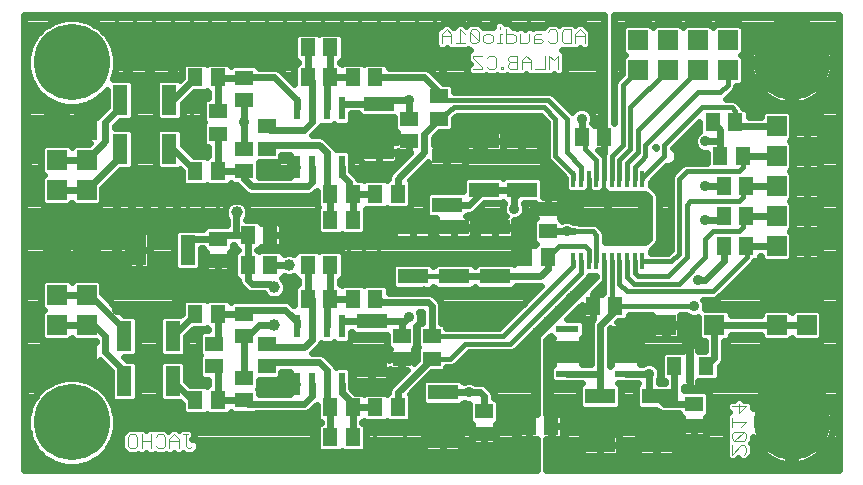
<source format=gbr>
G75*
G70*
%OFA0B0*%
%FSLAX24Y24*%
%IPPOS*%
%LPD*%
%AMOC8*
5,1,8,0,0,1.08239X$1,22.5*
%
%ADD10C,0.0040*%
%ADD11R,0.0150X0.0551*%
%ADD12R,0.0220X0.0780*%
%ADD13R,0.0500X0.1000*%
%ADD14R,0.0512X0.0591*%
%ADD15R,0.0591X0.0512*%
%ADD16R,0.1000X0.0500*%
%ADD17R,0.0650X0.0650*%
%ADD18R,0.0780X0.0220*%
%ADD19R,0.0709X0.0669*%
%ADD20R,0.0276X0.1181*%
%ADD21C,0.2540*%
%ADD22C,0.0240*%
%ADD23C,0.0160*%
%ADD24C,0.0357*%
%ADD25C,0.0396*%
%ADD26C,0.0100*%
%ADD27C,0.0317*%
D10*
X004180Y004538D02*
X004103Y004615D01*
X004103Y004922D01*
X004180Y004999D01*
X004334Y004999D01*
X004410Y004922D01*
X004410Y004615D01*
X004334Y004538D01*
X004180Y004538D01*
X004564Y004538D02*
X004564Y004999D01*
X004564Y004769D02*
X004871Y004769D01*
X005024Y004922D02*
X005101Y004999D01*
X005254Y004999D01*
X005331Y004922D01*
X005331Y004615D01*
X005254Y004538D01*
X005101Y004538D01*
X005024Y004615D01*
X004871Y004538D02*
X004871Y004999D01*
X005485Y004845D02*
X005485Y004538D01*
X005485Y004769D02*
X005792Y004769D01*
X005792Y004845D02*
X005638Y004999D01*
X005485Y004845D01*
X005792Y004845D02*
X005792Y004538D01*
X006022Y004615D02*
X006022Y004999D01*
X006099Y004999D02*
X005945Y004999D01*
X006022Y004615D02*
X006099Y004538D01*
X006175Y004538D01*
X006252Y004615D01*
X024240Y004629D02*
X024240Y004322D01*
X024547Y004629D01*
X024624Y004629D01*
X024700Y004552D01*
X024700Y004398D01*
X024624Y004322D01*
X024624Y004782D02*
X024317Y004782D01*
X024624Y005089D01*
X024317Y005089D01*
X024240Y005012D01*
X024240Y004859D01*
X024317Y004782D01*
X024624Y004782D02*
X024700Y004859D01*
X024700Y005012D01*
X024624Y005089D01*
X024547Y005243D02*
X024700Y005396D01*
X024240Y005396D01*
X024240Y005243D02*
X024240Y005549D01*
X024470Y005703D02*
X024470Y006010D01*
X024240Y005933D02*
X024700Y005933D01*
X024470Y005703D01*
X018450Y017163D02*
X018450Y017624D01*
X018297Y017470D01*
X018143Y017624D01*
X018143Y017163D01*
X017990Y017163D02*
X017683Y017163D01*
X017529Y017163D02*
X017529Y017470D01*
X017376Y017624D01*
X017222Y017470D01*
X017222Y017163D01*
X017069Y017163D02*
X016839Y017163D01*
X016762Y017240D01*
X016762Y017317D01*
X016839Y017394D01*
X017069Y017394D01*
X017222Y017394D02*
X017529Y017394D01*
X017990Y017624D02*
X017990Y017163D01*
X017069Y017163D02*
X017069Y017624D01*
X016839Y017624D01*
X016762Y017547D01*
X016762Y017470D01*
X016839Y017394D01*
X016608Y017240D02*
X016532Y017240D01*
X016532Y017163D01*
X016608Y017163D01*
X016608Y017240D01*
X016378Y017240D02*
X016302Y017163D01*
X016148Y017163D01*
X016071Y017240D01*
X015918Y017240D02*
X015918Y017163D01*
X015611Y017163D01*
X015918Y017240D02*
X015611Y017547D01*
X015611Y017624D01*
X015918Y017624D01*
X016071Y017547D02*
X016148Y017624D01*
X016302Y017624D01*
X016378Y017547D01*
X016378Y017240D01*
X016409Y018038D02*
X016563Y018038D01*
X016486Y018038D02*
X016486Y018345D01*
X016563Y018345D01*
X016716Y018345D02*
X016946Y018345D01*
X017023Y018269D01*
X017023Y018115D01*
X016946Y018038D01*
X016716Y018038D01*
X016716Y018499D01*
X016486Y018499D02*
X016486Y018575D01*
X016256Y018269D02*
X016256Y018115D01*
X016179Y018038D01*
X016026Y018038D01*
X015949Y018115D01*
X015949Y018269D01*
X016026Y018345D01*
X016179Y018345D01*
X016256Y018269D01*
X015795Y018422D02*
X015795Y018115D01*
X015488Y018422D01*
X015488Y018115D01*
X015565Y018038D01*
X015719Y018038D01*
X015795Y018115D01*
X015795Y018422D02*
X015719Y018499D01*
X015565Y018499D01*
X015488Y018422D01*
X015335Y018345D02*
X015181Y018499D01*
X015181Y018038D01*
X015028Y018038D02*
X015335Y018038D01*
X014875Y018038D02*
X014875Y018345D01*
X014721Y018499D01*
X014568Y018345D01*
X014568Y018038D01*
X014568Y018269D02*
X014875Y018269D01*
X017177Y018345D02*
X017177Y018038D01*
X017407Y018038D01*
X017483Y018115D01*
X017483Y018345D01*
X017637Y018269D02*
X017637Y018038D01*
X017867Y018038D01*
X017944Y018115D01*
X017867Y018192D01*
X017637Y018192D01*
X017637Y018269D02*
X017714Y018345D01*
X017867Y018345D01*
X018097Y018422D02*
X018174Y018499D01*
X018327Y018499D01*
X018404Y018422D01*
X018404Y018115D01*
X018327Y018038D01*
X018174Y018038D01*
X018097Y018115D01*
X018558Y018115D02*
X018558Y018422D01*
X018634Y018499D01*
X018865Y018499D01*
X018865Y018038D01*
X018634Y018038D01*
X018558Y018115D01*
X019018Y018038D02*
X019018Y018345D01*
X019172Y018499D01*
X019325Y018345D01*
X019325Y018038D01*
X019325Y018269D02*
X019018Y018269D01*
D11*
X018943Y013521D03*
X019199Y013521D03*
X019455Y013521D03*
X019711Y013521D03*
X019967Y013521D03*
X020223Y013521D03*
X020479Y013521D03*
X020735Y013521D03*
X020991Y013521D03*
X021247Y013521D03*
X021247Y010765D03*
X020991Y010765D03*
X020735Y010765D03*
X020479Y010765D03*
X020223Y010765D03*
X019967Y010765D03*
X019711Y010765D03*
X019455Y010765D03*
X019199Y010765D03*
X018943Y010765D03*
D12*
X011220Y008613D03*
X010720Y008613D03*
X010220Y008613D03*
X009720Y008613D03*
X009720Y006673D03*
X010220Y006673D03*
X010720Y006673D03*
X011220Y006673D03*
X011220Y013923D03*
X010720Y013923D03*
X010220Y013923D03*
X009720Y013923D03*
X009720Y015863D03*
X010220Y015863D03*
X010720Y015863D03*
X011220Y015863D03*
D13*
X005470Y016143D03*
X003845Y016143D03*
X003845Y014518D03*
X005470Y014518D03*
X006095Y011143D03*
X004470Y011143D03*
X003970Y008268D03*
X005595Y008268D03*
X005595Y006768D03*
X003970Y006768D03*
D14*
X006346Y006143D03*
X007094Y006143D03*
X010846Y005893D03*
X011594Y005893D03*
X012346Y005893D03*
X013094Y005893D03*
X011594Y004893D03*
X010846Y004893D03*
X007094Y009018D03*
X006346Y009018D03*
X008096Y010643D03*
X008844Y010643D03*
X010096Y010643D03*
X010844Y010643D03*
X010844Y009518D03*
X011596Y009518D03*
X012344Y009518D03*
X010096Y009518D03*
X008844Y011643D03*
X008096Y011643D03*
X010846Y012143D03*
X011594Y012143D03*
X011594Y013018D03*
X010846Y013018D03*
X012346Y013018D03*
X013094Y013018D03*
X017346Y010893D03*
X018094Y010893D03*
X019596Y009268D03*
X020344Y009268D03*
X022314Y007268D03*
X023376Y007268D03*
X018219Y005268D03*
X017471Y005268D03*
X023971Y011268D03*
X024719Y011268D03*
X024719Y012268D03*
X023971Y012268D03*
X023971Y013268D03*
X024719Y013268D03*
X024594Y014268D03*
X023846Y014268D03*
X023596Y015393D03*
X024344Y015393D03*
X019969Y014893D03*
X019221Y014893D03*
X012344Y016893D03*
X011596Y016893D03*
X010844Y016893D03*
X010096Y016893D03*
X010096Y017893D03*
X010844Y017893D03*
X007094Y016893D03*
X006346Y016893D03*
X006346Y013768D03*
X007094Y013768D03*
D15*
X007970Y013769D03*
X007970Y014517D03*
X008720Y014519D03*
X008720Y015267D03*
X007970Y016144D03*
X007095Y015767D03*
X007095Y015019D03*
X007970Y016892D03*
X013470Y015517D03*
X013470Y014769D03*
X014470Y015519D03*
X014470Y016267D03*
X018095Y012517D03*
X018095Y011769D03*
X014220Y008267D03*
X014220Y007519D03*
X013220Y007519D03*
X013220Y008267D03*
X015970Y005767D03*
X015970Y005019D03*
X022970Y005269D03*
X022970Y006017D03*
X008720Y007269D03*
X007970Y006892D03*
X006970Y007269D03*
X006970Y008017D03*
X007970Y008269D03*
X008720Y008017D03*
X007970Y009017D03*
X007095Y010769D03*
X007095Y011517D03*
X007970Y006144D03*
D16*
X012220Y007143D03*
X012220Y008768D03*
X013595Y010268D03*
X014970Y010268D03*
X016345Y010268D03*
X016345Y011893D03*
X014970Y011893D03*
X014720Y012643D03*
X015970Y013143D03*
X017220Y013143D03*
X017220Y014768D03*
X015970Y014768D03*
X014720Y014268D03*
X012470Y014393D03*
X012470Y016018D03*
X013595Y011893D03*
X014595Y006393D03*
X014595Y004768D03*
X019845Y004643D03*
X021720Y004643D03*
X021720Y006268D03*
X019845Y006268D03*
D17*
X025720Y007643D03*
X026720Y007643D03*
X026720Y008643D03*
X025720Y008643D03*
X025720Y009643D03*
X026720Y009643D03*
X026720Y011268D03*
X025720Y011268D03*
X025720Y012268D03*
X026720Y012268D03*
X026720Y013268D03*
X025720Y013268D03*
X025720Y014268D03*
X026720Y014268D03*
X026720Y015268D03*
X025720Y015268D03*
X024095Y017143D03*
X023095Y017143D03*
X022095Y017143D03*
X021095Y017143D03*
X021095Y018143D03*
X022095Y018143D03*
X023095Y018143D03*
X024095Y018143D03*
X002720Y015143D03*
X001720Y015143D03*
X001720Y014143D03*
X002720Y014143D03*
X002720Y013143D03*
X001720Y013143D03*
X001720Y012143D03*
X002720Y012143D03*
X002720Y010643D03*
X001720Y010643D03*
X001720Y009643D03*
X002720Y009643D03*
X002720Y008643D03*
X001720Y008643D03*
X001720Y007643D03*
X002720Y007643D03*
D18*
X018750Y007518D03*
X018750Y008018D03*
X018750Y008518D03*
X020690Y008518D03*
X020690Y008018D03*
X020690Y007518D03*
X020690Y007018D03*
X018750Y007018D03*
D19*
X022038Y008643D03*
X023652Y008643D03*
D20*
X022845Y007268D03*
D21*
X026220Y005393D03*
X026220Y017393D03*
X002220Y017393D03*
X002220Y005393D03*
D22*
X000641Y003814D02*
X000641Y018973D01*
X019970Y018973D01*
X019970Y014901D01*
X019961Y014901D01*
X019961Y015309D01*
X019697Y015309D01*
X019667Y015300D01*
X019655Y015293D01*
X019571Y015377D01*
X019598Y015443D01*
X019598Y015594D01*
X019541Y015733D01*
X019434Y015839D01*
X019295Y015897D01*
X019145Y015897D01*
X019006Y015839D01*
X018900Y015734D01*
X018332Y016302D01*
X018254Y016381D01*
X018151Y016423D01*
X014965Y016423D01*
X014965Y016606D01*
X014848Y016723D01*
X014593Y016723D01*
X014151Y017165D01*
X014034Y017213D01*
X012800Y017213D01*
X012800Y017271D01*
X012683Y017389D01*
X012005Y017389D01*
X011970Y017353D01*
X011935Y017389D01*
X011257Y017389D01*
X011220Y017351D01*
X011183Y017389D01*
X011164Y017389D01*
X011164Y017398D01*
X011183Y017398D01*
X011300Y017515D01*
X011300Y018271D01*
X011183Y018389D01*
X010505Y018389D01*
X010470Y018353D01*
X010435Y018389D01*
X009757Y018389D01*
X009640Y018271D01*
X009640Y017515D01*
X009757Y017398D01*
X009776Y017398D01*
X009776Y017389D01*
X009757Y017389D01*
X009640Y017271D01*
X009640Y016676D01*
X009241Y017075D01*
X009151Y017165D01*
X009034Y017213D01*
X008465Y017213D01*
X008465Y017231D01*
X008348Y017348D01*
X007592Y017348D01*
X007532Y017289D01*
X007433Y017389D01*
X006755Y017389D01*
X006720Y017353D01*
X006685Y017389D01*
X006007Y017389D01*
X005890Y017271D01*
X005890Y016890D01*
X005823Y016823D01*
X005803Y016843D01*
X005137Y016843D01*
X005020Y016726D01*
X005020Y015560D01*
X005137Y015443D01*
X005803Y015443D01*
X005920Y015560D01*
X005920Y016015D01*
X006303Y016398D01*
X006685Y016398D01*
X006720Y016433D01*
X006755Y016398D01*
X006775Y016398D01*
X006775Y016223D01*
X006717Y016223D01*
X006600Y016106D01*
X006600Y015429D01*
X006635Y015393D01*
X006600Y015358D01*
X006600Y014681D01*
X006717Y014563D01*
X006774Y014563D01*
X006774Y014459D01*
X006774Y014395D01*
X006774Y014332D01*
X006774Y014264D01*
X006755Y014264D01*
X006720Y014228D01*
X006685Y014264D01*
X006303Y014264D01*
X005920Y014647D01*
X005920Y015101D01*
X005803Y015218D01*
X005137Y015218D01*
X005020Y015101D01*
X005020Y013935D01*
X005137Y013818D01*
X005803Y013818D01*
X005823Y013839D01*
X005890Y013772D01*
X005890Y013390D01*
X006007Y013273D01*
X006685Y013273D01*
X006720Y013308D01*
X006755Y013273D01*
X007433Y013273D01*
X007532Y013373D01*
X007592Y013313D01*
X007722Y013313D01*
X007949Y013087D01*
X008039Y012997D01*
X008156Y012948D01*
X010159Y012948D01*
X010276Y012997D01*
X010390Y013111D01*
X010390Y012640D01*
X010449Y012581D01*
X010390Y012521D01*
X010390Y011765D01*
X010507Y011648D01*
X011185Y011648D01*
X011220Y011683D01*
X011255Y011648D01*
X011933Y011648D01*
X012050Y011765D01*
X012050Y012521D01*
X012048Y012523D01*
X012685Y012523D01*
X012720Y012558D01*
X012755Y012523D01*
X013433Y012523D01*
X013550Y012640D01*
X013550Y013396D01*
X013488Y013459D01*
X014100Y014071D01*
X014100Y014003D01*
X014108Y013972D01*
X014124Y013945D01*
X014146Y013922D01*
X014174Y013906D01*
X014204Y013898D01*
X014715Y013898D01*
X014715Y014263D01*
X014725Y014263D01*
X014725Y013898D01*
X015236Y013898D01*
X015266Y013906D01*
X015294Y013922D01*
X015316Y013945D01*
X015332Y013972D01*
X015340Y014003D01*
X015340Y014263D01*
X014725Y014263D01*
X014725Y014273D01*
X015340Y014273D01*
X015340Y014534D01*
X015332Y014565D01*
X015316Y014592D01*
X015294Y014614D01*
X015266Y014630D01*
X015236Y014638D01*
X014725Y014638D01*
X014725Y014273D01*
X014715Y014273D01*
X014715Y014638D01*
X014290Y014638D01*
X014290Y014887D01*
X014467Y015063D01*
X014848Y015063D01*
X014965Y015181D01*
X014965Y015541D01*
X015062Y015613D01*
X017854Y015613D01*
X018065Y015402D01*
X018065Y014213D01*
X018108Y014110D01*
X018186Y014031D01*
X018663Y013554D01*
X018663Y013466D01*
X018669Y013453D01*
X018669Y013163D01*
X018786Y013046D01*
X019357Y013046D01*
X019437Y013126D01*
X019455Y013126D01*
X019455Y013144D01*
X019455Y013144D01*
X019455Y013144D01*
X019455Y013126D01*
X019473Y013126D01*
X019553Y013046D01*
X019869Y013046D01*
X019949Y013126D01*
X019967Y013126D01*
X019967Y013144D01*
X019967Y013144D01*
X019967Y013144D01*
X019967Y013126D01*
X019985Y013126D01*
X020065Y013046D01*
X020068Y013046D01*
X020095Y013018D01*
X021345Y013018D01*
X021470Y012893D01*
X021470Y011518D01*
X021345Y011393D01*
X019991Y011393D01*
X019991Y011708D01*
X019949Y011811D01*
X019832Y011927D01*
X019754Y012006D01*
X019651Y012048D01*
X019132Y012048D01*
X019091Y012065D01*
X019033Y012089D01*
X019032Y012089D01*
X019031Y012090D01*
X018969Y012089D01*
X018934Y012089D01*
X018795Y012147D01*
X018645Y012147D01*
X018579Y012119D01*
X018495Y012203D01*
X018502Y012215D01*
X018510Y012246D01*
X018510Y012509D01*
X018103Y012509D01*
X018103Y012525D01*
X018510Y012525D01*
X018510Y012789D01*
X018502Y012820D01*
X018486Y012847D01*
X018464Y012869D01*
X018437Y012885D01*
X018406Y012893D01*
X018103Y012893D01*
X018103Y012525D01*
X018087Y012525D01*
X018087Y012509D01*
X017680Y012509D01*
X017680Y012246D01*
X017688Y012215D01*
X017695Y012203D01*
X017600Y012108D01*
X017600Y011431D01*
X017698Y011332D01*
X017660Y011293D01*
X017648Y011300D01*
X017618Y011309D01*
X017354Y011309D01*
X017354Y010901D01*
X017338Y010901D01*
X017338Y010885D01*
X016970Y010885D01*
X016970Y010676D01*
X016928Y010718D01*
X015762Y010718D01*
X015657Y010614D01*
X015553Y010718D01*
X014387Y010718D01*
X014282Y010614D01*
X014178Y010718D01*
X013012Y010718D01*
X012895Y010601D01*
X012895Y009935D01*
X013012Y009818D01*
X014178Y009818D01*
X014282Y009923D01*
X014387Y009818D01*
X015553Y009818D01*
X015657Y009923D01*
X015762Y009818D01*
X016928Y009818D01*
X017045Y009935D01*
X017045Y009948D01*
X017879Y009948D01*
X016479Y008548D01*
X014715Y008548D01*
X014715Y008606D01*
X014598Y008723D01*
X014540Y008723D01*
X014540Y009332D01*
X014491Y009450D01*
X014366Y009575D01*
X014276Y009665D01*
X014159Y009713D01*
X012800Y009713D01*
X012800Y009896D01*
X012683Y010014D01*
X012005Y010014D01*
X011970Y009978D01*
X011935Y010014D01*
X011257Y010014D01*
X011220Y009976D01*
X011183Y010014D01*
X011164Y010014D01*
X011164Y010148D01*
X011183Y010148D01*
X011300Y010265D01*
X011300Y011021D01*
X011183Y011139D01*
X010505Y011139D01*
X010470Y011103D01*
X010435Y011139D01*
X009757Y011139D01*
X009640Y011021D01*
X009640Y011004D01*
X009549Y011041D01*
X009391Y011041D01*
X009300Y011004D01*
X009300Y011021D01*
X009183Y011139D01*
X008505Y011139D01*
X008470Y011103D01*
X008435Y011139D01*
X008416Y011139D01*
X008416Y011148D01*
X008435Y011148D01*
X008530Y011243D01*
X008542Y011236D01*
X008572Y011228D01*
X008836Y011228D01*
X008836Y011635D01*
X008852Y011635D01*
X008852Y011228D01*
X009116Y011228D01*
X009146Y011236D01*
X009174Y011252D01*
X009196Y011274D01*
X009212Y011302D01*
X009220Y011332D01*
X009220Y011635D01*
X008852Y011635D01*
X008852Y011651D01*
X009220Y011651D01*
X009220Y011954D01*
X009212Y011985D01*
X009196Y012012D01*
X009174Y012035D01*
X009146Y012050D01*
X009116Y012059D01*
X008852Y012059D01*
X008852Y011651D01*
X008836Y011651D01*
X008836Y012059D01*
X008572Y012059D01*
X008542Y012050D01*
X008530Y012043D01*
X008435Y012139D01*
X008039Y012139D01*
X008039Y012149D01*
X008058Y012168D01*
X008118Y012314D01*
X008118Y012472D01*
X008058Y012619D01*
X007946Y012731D01*
X007799Y012791D01*
X007641Y012791D01*
X007494Y012731D01*
X007382Y012619D01*
X007322Y012472D01*
X007322Y012314D01*
X007382Y012168D01*
X007399Y012151D01*
X007399Y011973D01*
X006717Y011973D01*
X006600Y011856D01*
X006600Y011837D01*
X006434Y011837D01*
X006428Y011843D01*
X005762Y011843D01*
X005645Y011726D01*
X005645Y010560D01*
X005762Y010443D01*
X006428Y010443D01*
X006545Y010560D01*
X006545Y011197D01*
X006600Y011197D01*
X006600Y011179D01*
X006695Y011083D01*
X006688Y011072D01*
X006680Y011041D01*
X006680Y010777D01*
X007087Y010777D01*
X007087Y010761D01*
X007103Y010761D01*
X007103Y010393D01*
X007406Y010393D01*
X007437Y010402D01*
X007464Y010417D01*
X007486Y010440D01*
X007502Y010467D01*
X007510Y010498D01*
X007510Y010761D01*
X007103Y010761D01*
X007103Y010777D01*
X007510Y010777D01*
X007510Y011041D01*
X007502Y011072D01*
X007495Y011083D01*
X007590Y011179D01*
X007590Y011323D01*
X007640Y011323D01*
X007640Y011265D01*
X007757Y011148D01*
X007776Y011148D01*
X007776Y011139D01*
X007757Y011139D01*
X007640Y011021D01*
X007640Y010265D01*
X007757Y010148D01*
X007776Y010148D01*
X007776Y010079D01*
X007825Y009961D01*
X007949Y009837D01*
X008039Y009747D01*
X008156Y009698D01*
X008620Y009698D01*
X008632Y009668D01*
X008744Y009556D01*
X008891Y009495D01*
X009049Y009495D01*
X009196Y009556D01*
X009308Y009668D01*
X009368Y009814D01*
X009368Y009972D01*
X009308Y010119D01*
X009231Y010196D01*
X009300Y010265D01*
X009300Y010283D01*
X009391Y010245D01*
X009549Y010245D01*
X009640Y010283D01*
X009640Y010265D01*
X009757Y010148D01*
X009776Y010148D01*
X009776Y010014D01*
X009757Y010014D01*
X009640Y009896D01*
X009640Y009301D01*
X009616Y009325D01*
X009526Y009415D01*
X009409Y009463D01*
X008358Y009463D01*
X008348Y009473D01*
X007592Y009473D01*
X007533Y009414D01*
X007433Y009514D01*
X006755Y009514D01*
X006720Y009478D01*
X006685Y009514D01*
X006007Y009514D01*
X005890Y009396D01*
X005890Y009015D01*
X005843Y008968D01*
X005262Y008968D01*
X005145Y008851D01*
X005145Y007685D01*
X005262Y007568D01*
X005928Y007568D01*
X006045Y007685D01*
X006045Y008265D01*
X006303Y008523D01*
X006685Y008523D01*
X006720Y008558D01*
X006755Y008523D01*
X006774Y008523D01*
X006774Y008473D01*
X006592Y008473D01*
X006475Y008356D01*
X006475Y007679D01*
X006510Y007643D01*
X006475Y007608D01*
X006475Y006931D01*
X006592Y006813D01*
X006774Y006813D01*
X006774Y006639D01*
X006755Y006639D01*
X006720Y006603D01*
X006685Y006639D01*
X006177Y006639D01*
X006045Y006771D01*
X006045Y007351D01*
X005928Y007468D01*
X005262Y007468D01*
X005145Y007351D01*
X005145Y006185D01*
X005262Y006068D01*
X005842Y006068D01*
X005890Y006021D01*
X005890Y005765D01*
X006007Y005648D01*
X006685Y005648D01*
X006720Y005683D01*
X006755Y005648D01*
X007433Y005648D01*
X007533Y005748D01*
X007592Y005688D01*
X008348Y005688D01*
X008358Y005698D01*
X010034Y005698D01*
X010151Y005747D01*
X010241Y005837D01*
X010390Y005986D01*
X010390Y005515D01*
X010507Y005398D01*
X010526Y005398D01*
X010526Y005389D01*
X010507Y005389D01*
X010390Y005271D01*
X010390Y004515D01*
X010507Y004398D01*
X011185Y004398D01*
X011220Y004433D01*
X011255Y004398D01*
X011933Y004398D01*
X012050Y004515D01*
X012050Y005271D01*
X011933Y005389D01*
X011914Y005389D01*
X011914Y005398D01*
X011933Y005398D01*
X011970Y005435D01*
X012007Y005398D01*
X012685Y005398D01*
X012720Y005433D01*
X012755Y005398D01*
X013433Y005398D01*
X013550Y005515D01*
X013550Y006271D01*
X013487Y006334D01*
X014217Y007063D01*
X014598Y007063D01*
X014715Y007181D01*
X014715Y007239D01*
X014902Y007239D01*
X015005Y007282D01*
X015461Y007738D01*
X016901Y007738D01*
X017004Y007781D01*
X019437Y010214D01*
X019468Y010290D01*
X019687Y010290D01*
X019687Y010235D01*
X018280Y008828D01*
X018277Y008828D01*
X018160Y008711D01*
X018160Y008708D01*
X017720Y008268D01*
X017720Y005684D01*
X017479Y005684D01*
X017479Y005276D01*
X017463Y005276D01*
X017463Y005260D01*
X017479Y005260D01*
X017479Y004853D01*
X017720Y004853D01*
X017720Y003814D01*
X000641Y003814D01*
X000641Y003870D02*
X017720Y003870D01*
X017720Y004109D02*
X002935Y004109D01*
X002787Y004023D02*
X003123Y004217D01*
X003396Y004491D01*
X003590Y004826D01*
X003690Y005200D01*
X003690Y005587D01*
X003590Y005961D01*
X003396Y006296D01*
X003123Y006570D01*
X002787Y006763D01*
X002414Y006863D01*
X002026Y006863D01*
X001653Y006763D01*
X001317Y006570D01*
X001044Y006296D01*
X000850Y005961D01*
X000750Y005587D01*
X000750Y005200D01*
X000850Y004826D01*
X001044Y004491D01*
X001317Y004217D01*
X001653Y004023D01*
X002026Y003923D01*
X002414Y003923D01*
X002787Y004023D01*
X003253Y004347D02*
X004060Y004347D01*
X004089Y004318D02*
X004089Y004318D01*
X004181Y004318D01*
X004425Y004318D01*
X004449Y004342D01*
X004473Y004318D01*
X004655Y004318D01*
X004717Y004381D01*
X004780Y004318D01*
X004962Y004318D01*
X004986Y004342D01*
X005010Y004318D01*
X005102Y004318D01*
X005346Y004318D01*
X005370Y004342D01*
X005394Y004318D01*
X005576Y004318D01*
X005638Y004381D01*
X005700Y004318D01*
X005883Y004318D01*
X005945Y004381D01*
X006007Y004318D01*
X006007Y004318D01*
X006099Y004318D01*
X006266Y004318D01*
X006395Y004447D01*
X006472Y004524D01*
X006472Y004706D01*
X006343Y004835D01*
X006246Y004835D01*
X006319Y004908D01*
X006319Y005090D01*
X006190Y005219D01*
X005854Y005219D01*
X005792Y005156D01*
X005729Y005219D01*
X005547Y005219D01*
X005446Y005118D01*
X005347Y005217D01*
X005346Y005219D01*
X005255Y005219D01*
X005163Y005219D01*
X005010Y005219D01*
X004986Y005195D01*
X004962Y005219D01*
X004780Y005219D01*
X004717Y005156D01*
X004655Y005219D01*
X004473Y005219D01*
X004449Y005195D01*
X004426Y005217D01*
X004425Y005219D01*
X004335Y005219D01*
X004243Y005219D01*
X004243Y005219D01*
X004089Y005219D01*
X003883Y005013D01*
X003883Y004706D01*
X003883Y004616D01*
X003883Y004524D01*
X004012Y004395D01*
X004012Y004395D01*
X004089Y004318D01*
X004089Y004318D01*
X003883Y004586D02*
X003451Y004586D01*
X003589Y004824D02*
X003883Y004824D01*
X003883Y004706D02*
X003883Y004706D01*
X003933Y005063D02*
X003653Y005063D01*
X003690Y005301D02*
X010420Y005301D01*
X010390Y005063D02*
X006319Y005063D01*
X006354Y004824D02*
X010390Y004824D01*
X010390Y004586D02*
X006472Y004586D01*
X006295Y004347D02*
X017720Y004347D01*
X017720Y004586D02*
X015215Y004586D01*
X015215Y004503D02*
X015215Y004763D01*
X014600Y004763D01*
X014600Y004398D01*
X015111Y004398D01*
X015141Y004406D01*
X015169Y004422D01*
X015191Y004445D01*
X015207Y004472D01*
X015215Y004503D01*
X015215Y004773D02*
X015215Y005034D01*
X015207Y005065D01*
X015191Y005092D01*
X015169Y005114D01*
X015141Y005130D01*
X015111Y005138D01*
X014600Y005138D01*
X014600Y004773D01*
X015215Y004773D01*
X015215Y004824D02*
X015555Y004824D01*
X015555Y004748D02*
X015563Y004717D01*
X015579Y004690D01*
X015601Y004667D01*
X015628Y004652D01*
X015659Y004643D01*
X015962Y004643D01*
X015962Y005011D01*
X015978Y005011D01*
X015978Y004643D01*
X016281Y004643D01*
X016312Y004652D01*
X016339Y004667D01*
X016361Y004690D01*
X016377Y004717D01*
X016385Y004748D01*
X016385Y005011D01*
X015978Y005011D01*
X015978Y005027D01*
X016385Y005027D01*
X016385Y005291D01*
X016377Y005322D01*
X016370Y005333D01*
X016465Y005429D01*
X016465Y006106D01*
X016348Y006223D01*
X016290Y006223D01*
X016290Y006332D01*
X016241Y006450D01*
X016116Y006575D01*
X016026Y006665D01*
X015909Y006713D01*
X015685Y006713D01*
X015684Y006714D01*
X015545Y006772D01*
X015395Y006772D01*
X015292Y006729D01*
X015178Y006843D01*
X014012Y006843D01*
X013895Y006726D01*
X013895Y006060D01*
X014012Y005943D01*
X015178Y005943D01*
X015292Y006057D01*
X015395Y006015D01*
X015475Y006015D01*
X015475Y005429D01*
X015570Y005333D01*
X015563Y005322D01*
X015555Y005291D01*
X015555Y005027D01*
X015962Y005027D01*
X015962Y005011D01*
X015555Y005011D01*
X015555Y004748D01*
X015962Y004824D02*
X015978Y004824D01*
X016385Y004824D02*
X017720Y004824D01*
X017463Y004853D02*
X017463Y005260D01*
X017095Y005260D01*
X017095Y004957D01*
X017103Y004927D01*
X017119Y004899D01*
X017141Y004877D01*
X017169Y004861D01*
X017199Y004853D01*
X017463Y004853D01*
X017463Y005063D02*
X017479Y005063D01*
X017463Y005276D02*
X017095Y005276D01*
X017095Y005579D01*
X017103Y005610D01*
X017119Y005637D01*
X017141Y005660D01*
X017169Y005675D01*
X017199Y005684D01*
X017463Y005684D01*
X017463Y005276D01*
X017463Y005301D02*
X017479Y005301D01*
X017463Y005540D02*
X017479Y005540D01*
X017720Y005778D02*
X016465Y005778D01*
X016465Y005540D02*
X017095Y005540D01*
X017095Y005301D02*
X016383Y005301D01*
X016385Y005063D02*
X017095Y005063D01*
X018040Y004853D02*
X018211Y004853D01*
X018211Y005260D01*
X018227Y005260D01*
X018227Y004853D01*
X018491Y004853D01*
X018521Y004861D01*
X018549Y004877D01*
X018571Y004899D01*
X018587Y004927D01*
X018595Y004957D01*
X018595Y005260D01*
X018227Y005260D01*
X018227Y005276D01*
X018595Y005276D01*
X018595Y005579D01*
X018587Y005610D01*
X018571Y005637D01*
X018549Y005660D01*
X018521Y005675D01*
X018491Y005684D01*
X018227Y005684D01*
X018227Y005276D01*
X018211Y005276D01*
X018211Y005684D01*
X018040Y005684D01*
X018040Y008136D01*
X018195Y008291D01*
X018274Y008212D01*
X018264Y008202D01*
X018248Y008175D01*
X018240Y008144D01*
X018240Y008018D01*
X018240Y007893D01*
X018248Y007862D01*
X018264Y007835D01*
X018286Y007812D01*
X018314Y007796D01*
X018344Y007788D01*
X018750Y007788D01*
X019156Y007788D01*
X019186Y007796D01*
X019214Y007812D01*
X019236Y007835D01*
X019252Y007862D01*
X019260Y007893D01*
X019260Y008018D01*
X018750Y008018D01*
X018750Y007788D01*
X018750Y008018D01*
X018750Y008018D01*
X018750Y008018D01*
X018240Y008018D01*
X018750Y008018D01*
X018750Y008018D01*
X019345Y008018D01*
X019260Y008018D02*
X019260Y008144D01*
X019252Y008175D01*
X019236Y008202D01*
X019226Y008212D01*
X019340Y008325D01*
X019340Y008711D01*
X019223Y008828D01*
X018733Y008828D01*
X019220Y009316D01*
X019220Y009276D01*
X019588Y009276D01*
X019588Y009260D01*
X019604Y009260D01*
X019604Y008855D01*
X019574Y008825D01*
X019525Y008707D01*
X019525Y007338D01*
X019238Y007338D01*
X019252Y007362D01*
X019260Y007393D01*
X019260Y007518D01*
X018750Y007518D01*
X018240Y007518D01*
X018240Y007393D01*
X018248Y007362D01*
X018264Y007335D01*
X018274Y007325D01*
X018160Y007211D01*
X018160Y006825D01*
X018277Y006708D01*
X018662Y006708D01*
X018686Y006698D01*
X019242Y006698D01*
X019145Y006601D01*
X019145Y005935D01*
X019262Y005818D01*
X020428Y005818D01*
X020545Y005935D01*
X020545Y006601D01*
X020438Y006708D01*
X020602Y006708D01*
X020626Y006698D01*
X021117Y006698D01*
X021020Y006601D01*
X021020Y005935D01*
X021137Y005818D01*
X021717Y005818D01*
X021790Y005746D01*
X021907Y005697D01*
X022475Y005697D01*
X022475Y005679D01*
X022570Y005583D01*
X022563Y005572D01*
X022555Y005541D01*
X022555Y005277D01*
X022962Y005277D01*
X022962Y005261D01*
X022978Y005261D01*
X022978Y004893D01*
X023281Y004893D01*
X023312Y004902D01*
X023339Y004917D01*
X023361Y004940D01*
X023377Y004967D01*
X023385Y004998D01*
X023385Y005261D01*
X022978Y005261D01*
X022978Y005277D01*
X023385Y005277D01*
X023385Y005541D01*
X023377Y005572D01*
X023370Y005583D01*
X023465Y005679D01*
X023465Y006356D01*
X023348Y006473D01*
X022634Y006473D01*
X022634Y006582D01*
X022661Y006566D01*
X022691Y006558D01*
X022845Y006558D01*
X022999Y006558D01*
X023029Y006566D01*
X023056Y006582D01*
X023079Y006604D01*
X023095Y006631D01*
X023103Y006662D01*
X023103Y006773D01*
X023715Y006773D01*
X023832Y006890D01*
X023832Y007272D01*
X023923Y007363D01*
X023972Y007480D01*
X023972Y008109D01*
X024089Y008109D01*
X024206Y008226D01*
X024206Y008323D01*
X025195Y008323D01*
X025195Y008235D01*
X025312Y008118D01*
X026128Y008118D01*
X026220Y008210D01*
X026312Y008118D01*
X027128Y008118D01*
X027245Y008235D01*
X027245Y009051D01*
X027128Y009168D01*
X026312Y009168D01*
X026220Y009076D01*
X026128Y009168D01*
X025312Y009168D01*
X025195Y009051D01*
X025195Y008963D01*
X024206Y008963D01*
X024206Y009061D01*
X024089Y009178D01*
X023342Y009178D01*
X023348Y009193D01*
X023348Y009344D01*
X023291Y009483D01*
X023285Y009488D01*
X023651Y009488D01*
X023754Y009531D01*
X024879Y010656D01*
X024957Y010735D01*
X024973Y010773D01*
X025058Y010773D01*
X025175Y010890D01*
X025175Y010948D01*
X025195Y010948D01*
X025195Y010860D01*
X025312Y010743D01*
X026128Y010743D01*
X026245Y010860D01*
X026245Y011676D01*
X026153Y011768D01*
X026245Y011860D01*
X026245Y012676D01*
X026153Y012768D01*
X026245Y012860D01*
X026245Y013676D01*
X026153Y013768D01*
X026245Y013860D01*
X026245Y014676D01*
X026153Y014768D01*
X026245Y014860D01*
X026245Y015676D01*
X026128Y015793D01*
X025312Y015793D01*
X025195Y015676D01*
X025195Y015589D01*
X024800Y015589D01*
X024800Y015771D01*
X024683Y015889D01*
X024598Y015889D01*
X024582Y015927D01*
X024504Y016006D01*
X024379Y016131D01*
X024276Y016173D01*
X024021Y016173D01*
X024254Y016406D01*
X024332Y016485D01*
X024375Y016588D01*
X024375Y016618D01*
X024503Y016618D01*
X024620Y016735D01*
X024620Y017551D01*
X024528Y017643D01*
X024620Y017735D01*
X024620Y018551D01*
X024503Y018668D01*
X023687Y018668D01*
X023595Y018576D01*
X023503Y018668D01*
X022687Y018668D01*
X022595Y018576D01*
X022503Y018668D01*
X021687Y018668D01*
X021595Y018576D01*
X021503Y018668D01*
X020687Y018668D01*
X020570Y018551D01*
X020570Y017735D01*
X020662Y017643D01*
X020570Y017551D01*
X020570Y017014D01*
X020436Y016881D01*
X020358Y016802D01*
X020315Y016699D01*
X020315Y015381D01*
X020308Y015389D01*
X020290Y015389D01*
X020290Y018973D01*
X027799Y018973D01*
X027799Y003814D01*
X018040Y003814D01*
X018040Y004853D01*
X018040Y004824D02*
X019225Y004824D01*
X019225Y004909D02*
X019225Y004648D01*
X019840Y004648D01*
X019840Y004638D01*
X019850Y004638D01*
X019850Y004273D01*
X020361Y004273D01*
X020391Y004281D01*
X020419Y004297D01*
X020441Y004320D01*
X020457Y004347D01*
X020465Y004378D01*
X020465Y004638D01*
X019850Y004638D01*
X019850Y004648D01*
X020465Y004648D01*
X020465Y004909D01*
X020457Y004940D01*
X020441Y004967D01*
X020419Y004989D01*
X020391Y005005D01*
X020361Y005013D01*
X019850Y005013D01*
X019850Y004648D01*
X019840Y004648D01*
X019840Y005013D01*
X019329Y005013D01*
X019299Y005005D01*
X019271Y004989D01*
X019249Y004967D01*
X019233Y004940D01*
X019225Y004909D01*
X019225Y004638D02*
X019225Y004378D01*
X019233Y004347D01*
X019249Y004320D01*
X019271Y004297D01*
X019299Y004281D01*
X019329Y004273D01*
X019840Y004273D01*
X019840Y004638D01*
X019225Y004638D01*
X019225Y004586D02*
X018040Y004586D01*
X018040Y004347D02*
X019233Y004347D01*
X019840Y004347D02*
X019850Y004347D01*
X019840Y004586D02*
X019850Y004586D01*
X019840Y004824D02*
X019850Y004824D01*
X020465Y004824D02*
X021100Y004824D01*
X021100Y004909D02*
X021100Y004648D01*
X021715Y004648D01*
X021715Y004638D01*
X021725Y004638D01*
X021725Y004273D01*
X022236Y004273D01*
X022266Y004281D01*
X022294Y004297D01*
X022316Y004320D01*
X022332Y004347D01*
X022340Y004378D01*
X022340Y004638D01*
X021725Y004638D01*
X021725Y004648D01*
X022340Y004648D01*
X022340Y004909D01*
X022332Y004940D01*
X022316Y004967D01*
X022294Y004989D01*
X022266Y005005D01*
X022236Y005013D01*
X021725Y005013D01*
X021725Y004648D01*
X021715Y004648D01*
X021715Y005013D01*
X021204Y005013D01*
X021174Y005005D01*
X021146Y004989D01*
X021124Y004967D01*
X021108Y004940D01*
X021100Y004909D01*
X021100Y004638D02*
X021100Y004378D01*
X021108Y004347D01*
X021124Y004320D01*
X021146Y004297D01*
X021174Y004281D01*
X021204Y004273D01*
X021715Y004273D01*
X021715Y004638D01*
X021100Y004638D01*
X021100Y004586D02*
X020465Y004586D01*
X020457Y004347D02*
X021108Y004347D01*
X021715Y004347D02*
X021725Y004347D01*
X021715Y004586D02*
X021725Y004586D01*
X021715Y004824D02*
X021725Y004824D01*
X022340Y004824D02*
X024020Y004824D01*
X024020Y004768D02*
X024044Y004744D01*
X024020Y004720D01*
X024020Y004231D01*
X024149Y004102D01*
X024331Y004102D01*
X024432Y004202D01*
X024533Y004102D01*
X024715Y004102D01*
X024792Y004178D01*
X024919Y004306D01*
X024920Y004307D01*
X024920Y004307D01*
X024920Y004307D01*
X024920Y004398D01*
X024920Y004490D01*
X024920Y004643D01*
X024858Y004705D01*
X024920Y004768D01*
X024920Y004899D01*
X024962Y004798D01*
X025026Y004678D01*
X025102Y004564D01*
X025189Y004459D01*
X025285Y004362D01*
X025391Y004276D01*
X025505Y004200D01*
X025625Y004135D01*
X025751Y004083D01*
X025882Y004043D01*
X026016Y004017D01*
X026100Y004008D01*
X026100Y005273D01*
X026340Y005273D01*
X026340Y004008D01*
X026424Y004017D01*
X026558Y004043D01*
X026689Y004083D01*
X026815Y004135D01*
X026935Y004200D01*
X027049Y004276D01*
X027155Y004362D01*
X027251Y004459D01*
X027338Y004564D01*
X027414Y004678D01*
X027478Y004798D01*
X027530Y004924D01*
X027570Y005055D01*
X027597Y005189D01*
X027605Y005273D01*
X026340Y005273D01*
X026340Y005513D01*
X027605Y005513D01*
X027597Y005598D01*
X027570Y005731D01*
X027530Y005862D01*
X027478Y005988D01*
X027414Y006109D01*
X027338Y006222D01*
X027251Y006328D01*
X027155Y006424D01*
X027049Y006511D01*
X026935Y006587D01*
X026815Y006651D01*
X026689Y006704D01*
X026558Y006743D01*
X026424Y006770D01*
X026340Y006778D01*
X026340Y005513D01*
X026100Y005513D01*
X026100Y006778D01*
X026016Y006770D01*
X025882Y006743D01*
X025751Y006704D01*
X025625Y006651D01*
X025505Y006587D01*
X025391Y006511D01*
X025285Y006424D01*
X025189Y006328D01*
X025102Y006222D01*
X025026Y006109D01*
X024962Y005988D01*
X024920Y005888D01*
X024920Y006024D01*
X024793Y006151D01*
X024792Y006153D01*
X024638Y006153D01*
X024561Y006230D01*
X024379Y006230D01*
X024302Y006153D01*
X024149Y006153D01*
X024020Y006024D01*
X024020Y005842D01*
X024121Y005741D01*
X024020Y005641D01*
X024020Y005151D01*
X024044Y005127D01*
X024020Y005103D01*
X024020Y005013D01*
X024020Y004768D01*
X024020Y004586D02*
X022340Y004586D01*
X022332Y004347D02*
X024020Y004347D01*
X024142Y004109D02*
X018040Y004109D01*
X018040Y003870D02*
X027799Y003870D01*
X027799Y004109D02*
X026751Y004109D01*
X027137Y004347D02*
X027799Y004347D01*
X027799Y004586D02*
X027352Y004586D01*
X027489Y004824D02*
X027799Y004824D01*
X027799Y005063D02*
X027571Y005063D01*
X027799Y005301D02*
X026340Y005301D01*
X026340Y005063D02*
X026100Y005063D01*
X026100Y004824D02*
X026340Y004824D01*
X026340Y004586D02*
X026100Y004586D01*
X026100Y004347D02*
X026340Y004347D01*
X026340Y004109D02*
X026100Y004109D01*
X025689Y004109D02*
X024722Y004109D01*
X024792Y004178D02*
X024792Y004178D01*
X024920Y004347D02*
X025303Y004347D01*
X025088Y004586D02*
X024920Y004586D01*
X024920Y004490D02*
X024920Y004490D01*
X024920Y004824D02*
X024951Y004824D01*
X024525Y004109D02*
X024338Y004109D01*
X024020Y005063D02*
X023385Y005063D01*
X023385Y005301D02*
X024020Y005301D01*
X024020Y005103D02*
X024020Y005103D01*
X024020Y005103D01*
X024020Y005540D02*
X023385Y005540D01*
X023465Y005778D02*
X024084Y005778D01*
X024020Y006017D02*
X023465Y006017D01*
X023465Y006255D02*
X025129Y006255D01*
X024977Y006017D02*
X024920Y006017D01*
X025370Y006494D02*
X022634Y006494D01*
X022634Y006582D02*
X022634Y006582D01*
X022845Y006558D02*
X022845Y007268D01*
X022845Y006558D01*
X022845Y006732D02*
X022845Y006732D01*
X022845Y006971D02*
X022845Y006971D01*
X022845Y007209D02*
X022845Y007209D01*
X022845Y007268D02*
X022845Y007268D01*
X022845Y007979D01*
X022691Y007979D01*
X022661Y007971D01*
X022634Y007955D01*
X022611Y007933D01*
X022595Y007905D01*
X022587Y007875D01*
X022587Y007764D01*
X021975Y007764D01*
X021858Y007646D01*
X021858Y006890D01*
X021975Y006773D01*
X021994Y006773D01*
X021994Y006718D01*
X021791Y006718D01*
X021791Y006804D01*
X021848Y006943D01*
X021848Y007094D01*
X021791Y007233D01*
X021684Y007339D01*
X021545Y007397D01*
X021395Y007397D01*
X021256Y007339D01*
X021255Y007338D01*
X021178Y007338D01*
X021192Y007362D01*
X021200Y007393D01*
X021200Y007518D01*
X020690Y007518D01*
X020180Y007518D01*
X020180Y007393D01*
X020188Y007362D01*
X020204Y007335D01*
X020214Y007325D01*
X020165Y007276D01*
X020165Y008511D01*
X020180Y008526D01*
X020180Y008518D01*
X020180Y008393D01*
X020188Y008362D01*
X020204Y008335D01*
X020226Y008312D01*
X020254Y008296D01*
X020284Y008288D01*
X020690Y008288D01*
X021096Y008288D01*
X021126Y008296D01*
X021154Y008312D01*
X021176Y008335D01*
X021192Y008362D01*
X021200Y008393D01*
X021200Y008518D01*
X020690Y008518D01*
X020690Y008288D01*
X020690Y008518D01*
X020690Y008518D01*
X020690Y008518D01*
X020180Y008518D01*
X020690Y008518D01*
X020690Y008518D01*
X021200Y008518D01*
X021200Y008644D01*
X021192Y008675D01*
X021176Y008702D01*
X021154Y008724D01*
X021126Y008740D01*
X021096Y008748D01*
X020690Y008748D01*
X020690Y008518D01*
X020690Y008748D01*
X020403Y008748D01*
X020427Y008773D01*
X020683Y008773D01*
X020800Y008890D01*
X020800Y008988D01*
X021564Y008988D01*
X021564Y008691D01*
X021991Y008691D01*
X021991Y008596D01*
X022085Y008596D01*
X022085Y008189D01*
X022408Y008189D01*
X022439Y008197D01*
X022466Y008213D01*
X022488Y008235D01*
X022504Y008262D01*
X022512Y008293D01*
X022512Y008596D01*
X022085Y008596D01*
X022085Y008691D01*
X022512Y008691D01*
X022512Y008988D01*
X022715Y008988D01*
X022756Y008947D01*
X022895Y008890D01*
X023045Y008890D01*
X023098Y008912D01*
X023098Y008226D01*
X023215Y008109D01*
X023332Y008109D01*
X023332Y007764D01*
X023103Y007764D01*
X023103Y007875D01*
X023095Y007905D01*
X023079Y007933D01*
X023056Y007955D01*
X023029Y007971D01*
X022999Y007979D01*
X022845Y007979D01*
X022845Y007268D01*
X022845Y007268D01*
X022845Y007448D02*
X022845Y007448D01*
X022845Y007686D02*
X022845Y007686D01*
X022845Y007925D02*
X022845Y007925D01*
X022607Y007925D02*
X021200Y007925D01*
X021200Y007893D02*
X021200Y008018D01*
X020690Y008018D01*
X020690Y007788D01*
X021096Y007788D01*
X021126Y007796D01*
X021154Y007812D01*
X021176Y007835D01*
X021192Y007862D01*
X021200Y007893D01*
X021200Y008018D02*
X021200Y008144D01*
X021192Y008175D01*
X021176Y008202D01*
X021154Y008224D01*
X021126Y008240D01*
X021096Y008248D01*
X020690Y008248D01*
X020690Y008018D01*
X020690Y008018D01*
X020690Y007788D01*
X020284Y007788D01*
X020254Y007796D01*
X020226Y007812D01*
X020204Y007835D01*
X020188Y007862D01*
X020180Y007893D01*
X020180Y008018D01*
X020690Y008018D01*
X020690Y008018D01*
X020690Y008018D01*
X021200Y008018D01*
X021195Y008163D02*
X023160Y008163D01*
X023098Y008402D02*
X022512Y008402D01*
X022085Y008402D02*
X021991Y008402D01*
X021991Y008596D02*
X021991Y008189D01*
X021668Y008189D01*
X021637Y008197D01*
X021610Y008213D01*
X021588Y008235D01*
X021572Y008262D01*
X021564Y008293D01*
X021564Y008596D01*
X021991Y008596D01*
X021991Y008640D02*
X021200Y008640D01*
X021200Y008402D02*
X021564Y008402D01*
X022085Y008640D02*
X023098Y008640D01*
X023098Y008879D02*
X022512Y008879D01*
X021564Y008879D02*
X020789Y008879D01*
X020690Y008640D02*
X020690Y008640D01*
X020690Y008518D02*
X020690Y008518D01*
X020690Y008402D02*
X020690Y008402D01*
X020690Y008248D02*
X020284Y008248D01*
X020254Y008240D01*
X020226Y008224D01*
X020204Y008202D01*
X020188Y008175D01*
X020180Y008144D01*
X020180Y008018D01*
X020690Y008018D01*
X020690Y008248D01*
X020690Y008163D02*
X020690Y008163D01*
X020690Y008018D02*
X020690Y008018D01*
X020690Y007925D02*
X020690Y007925D01*
X020690Y007748D02*
X020284Y007748D01*
X020254Y007740D01*
X020226Y007724D01*
X020204Y007702D01*
X020188Y007675D01*
X020180Y007644D01*
X020180Y007518D01*
X020690Y007518D01*
X020690Y007518D01*
X020690Y007518D01*
X021200Y007518D01*
X021200Y007644D01*
X021192Y007675D01*
X021176Y007702D01*
X021154Y007724D01*
X021126Y007740D01*
X021096Y007748D01*
X020690Y007748D01*
X020690Y007518D01*
X020690Y007748D01*
X020690Y007686D02*
X020690Y007686D01*
X020690Y007518D02*
X020690Y007518D01*
X021200Y007448D02*
X021858Y007448D01*
X021858Y007209D02*
X021800Y007209D01*
X021848Y006971D02*
X021858Y006971D01*
X021791Y006732D02*
X021994Y006732D01*
X021720Y006268D02*
X021471Y006392D01*
X021471Y007017D01*
X021470Y007018D01*
X020690Y007018D01*
X020545Y006494D02*
X021020Y006494D01*
X021020Y006255D02*
X020545Y006255D01*
X020545Y006017D02*
X021020Y006017D01*
X021564Y006175D02*
X021720Y006268D01*
X021971Y006017D01*
X022345Y006017D01*
X022314Y006049D01*
X022314Y007268D01*
X021897Y007686D02*
X021185Y007686D01*
X020195Y007686D02*
X020165Y007686D01*
X020165Y007448D02*
X020180Y007448D01*
X019845Y007018D02*
X019845Y008268D01*
X019845Y008643D01*
X020220Y009018D01*
X020220Y009144D01*
X020344Y009268D01*
X020345Y009268D01*
X020220Y009143D01*
X020345Y009267D02*
X020344Y009268D01*
X019943Y009701D02*
X019943Y010039D01*
X019901Y009997D01*
X019588Y009684D01*
X019588Y009684D01*
X019588Y009276D01*
X019604Y009276D01*
X019604Y009684D01*
X019868Y009684D01*
X019898Y009675D01*
X019910Y009668D01*
X019943Y009701D01*
X019943Y009833D02*
X019737Y009833D01*
X019604Y009594D02*
X019588Y009594D01*
X019588Y009356D02*
X019604Y009356D01*
X019588Y009260D02*
X019220Y009260D01*
X019220Y008957D01*
X019228Y008927D01*
X019244Y008899D01*
X019266Y008877D01*
X019294Y008861D01*
X019324Y008853D01*
X019588Y008853D01*
X019588Y009260D01*
X019588Y009117D02*
X019604Y009117D01*
X019220Y009117D02*
X019022Y009117D01*
X018808Y009356D02*
X018578Y009356D01*
X018569Y009117D02*
X018340Y009117D01*
X018331Y008879D02*
X018101Y008879D01*
X018092Y008640D02*
X017863Y008640D01*
X017854Y008402D02*
X017624Y008402D01*
X017720Y008163D02*
X017386Y008163D01*
X017147Y007925D02*
X017720Y007925D01*
X018040Y007925D02*
X018240Y007925D01*
X018314Y007740D02*
X018286Y007724D01*
X018264Y007702D01*
X018248Y007675D01*
X018240Y007644D01*
X018240Y007518D01*
X018750Y007518D01*
X018750Y007518D01*
X018750Y007518D01*
X019260Y007518D01*
X019260Y007644D01*
X019252Y007675D01*
X019236Y007702D01*
X019214Y007724D01*
X019186Y007740D01*
X019156Y007748D01*
X018750Y007748D01*
X018750Y007518D01*
X018750Y007748D01*
X018344Y007748D01*
X018314Y007740D01*
X018255Y007686D02*
X018040Y007686D01*
X018040Y007448D02*
X018240Y007448D01*
X018160Y007209D02*
X018040Y007209D01*
X018040Y006971D02*
X018160Y006971D01*
X018253Y006732D02*
X018040Y006732D01*
X018040Y006494D02*
X019145Y006494D01*
X019145Y006255D02*
X018040Y006255D01*
X018040Y006017D02*
X019145Y006017D01*
X018595Y005540D02*
X022555Y005540D01*
X022555Y005301D02*
X018595Y005301D01*
X018595Y005063D02*
X022555Y005063D01*
X022555Y004998D02*
X022555Y005261D01*
X022962Y005261D01*
X022962Y004893D01*
X022659Y004893D01*
X022628Y004902D01*
X022601Y004917D01*
X022579Y004940D01*
X022563Y004967D01*
X022555Y004998D01*
X022962Y005063D02*
X022978Y005063D01*
X022970Y006017D02*
X022345Y006017D01*
X021757Y005778D02*
X018040Y005778D01*
X018211Y005540D02*
X018227Y005540D01*
X018211Y005301D02*
X018227Y005301D01*
X018211Y005063D02*
X018227Y005063D01*
X017720Y006017D02*
X016465Y006017D01*
X016290Y006255D02*
X017720Y006255D01*
X017720Y006494D02*
X016197Y006494D01*
X015970Y006268D02*
X015845Y006393D01*
X015720Y006393D01*
X015470Y006393D01*
X014595Y006393D01*
X013895Y006494D02*
X013647Y006494D01*
X013886Y006732D02*
X013901Y006732D01*
X014124Y006971D02*
X017720Y006971D01*
X017720Y007209D02*
X014715Y007209D01*
X015170Y007448D02*
X017720Y007448D01*
X017720Y007686D02*
X015409Y007686D01*
X015300Y006732D02*
X015289Y006732D01*
X015640Y006732D02*
X017720Y006732D01*
X018750Y007018D02*
X019845Y007018D01*
X019845Y006268D01*
X019525Y007448D02*
X019260Y007448D01*
X019245Y007686D02*
X019525Y007686D01*
X019525Y007925D02*
X019260Y007925D01*
X019260Y008018D02*
X018750Y008018D01*
X018750Y007925D02*
X018750Y007925D01*
X018245Y008163D02*
X018068Y008163D01*
X018750Y007686D02*
X018750Y007686D01*
X018750Y007518D02*
X018750Y007518D01*
X019255Y008163D02*
X019525Y008163D01*
X019525Y008402D02*
X019340Y008402D01*
X019340Y008640D02*
X019525Y008640D01*
X019588Y008879D02*
X019604Y008879D01*
X019265Y008879D02*
X018783Y008879D01*
X018817Y009594D02*
X019046Y009594D01*
X019055Y009833D02*
X019285Y009833D01*
X019294Y010071D02*
X019523Y010071D01*
X018095Y010518D02*
X017845Y010268D01*
X016345Y010268D01*
X014970Y010268D01*
X015567Y009833D02*
X015748Y009833D01*
X016942Y009833D02*
X017764Y009833D01*
X017525Y009594D02*
X014347Y009594D01*
X014373Y009833D02*
X014192Y009833D01*
X014095Y009393D02*
X012594Y009393D01*
X012344Y009518D01*
X012800Y009833D02*
X012998Y009833D01*
X012895Y010071D02*
X011164Y010071D01*
X011300Y010310D02*
X012895Y010310D01*
X012895Y010548D02*
X011300Y010548D01*
X011300Y010787D02*
X016970Y010787D01*
X016970Y010901D02*
X017338Y010901D01*
X017338Y011309D01*
X017074Y011309D01*
X017044Y011300D01*
X017016Y011285D01*
X016994Y011262D01*
X016978Y011235D01*
X016970Y011204D01*
X016970Y010901D01*
X016970Y011025D02*
X011296Y011025D01*
X010844Y010643D02*
X010844Y009518D01*
X011596Y009518D01*
X010844Y009518D02*
X010720Y009519D01*
X010720Y008613D01*
X010220Y008613D02*
X010220Y009519D01*
X010096Y009518D01*
X010096Y010643D01*
X009644Y011025D02*
X009588Y011025D01*
X009352Y011025D02*
X009296Y011025D01*
X009185Y011264D02*
X016996Y011264D01*
X016891Y011531D02*
X016919Y011547D01*
X016941Y011570D01*
X016957Y011597D01*
X016965Y011628D01*
X016965Y011888D01*
X016350Y011888D01*
X016350Y011523D01*
X016861Y011523D01*
X016891Y011531D01*
X016340Y011523D02*
X016340Y011888D01*
X016350Y011888D01*
X016350Y011898D01*
X016965Y011898D01*
X016965Y012140D01*
X017045Y012140D01*
X017184Y012197D01*
X017291Y012304D01*
X017348Y012443D01*
X017348Y012594D01*
X017307Y012693D01*
X017680Y012693D01*
X017680Y012525D01*
X018087Y012525D01*
X018087Y012893D01*
X017920Y012893D01*
X017920Y013476D01*
X017803Y013593D01*
X016637Y013593D01*
X016595Y013551D01*
X016553Y013593D01*
X015387Y013593D01*
X015270Y013476D01*
X015270Y013093D01*
X014137Y013093D01*
X014020Y012976D01*
X014020Y012310D01*
X014067Y012263D01*
X013600Y012263D01*
X013600Y011898D01*
X014215Y011898D01*
X014215Y012159D01*
X014207Y012190D01*
X014205Y012193D01*
X014360Y012193D01*
X014358Y012190D01*
X014350Y012159D01*
X014350Y011898D01*
X014965Y011898D01*
X014965Y011888D01*
X014975Y011888D01*
X014975Y011523D01*
X015486Y011523D01*
X015516Y011531D01*
X015544Y011547D01*
X015566Y011570D01*
X015582Y011597D01*
X015590Y011628D01*
X015590Y011888D01*
X014975Y011888D01*
X014975Y011898D01*
X015590Y011898D01*
X015590Y012159D01*
X015582Y012190D01*
X015566Y012217D01*
X015544Y012239D01*
X015516Y012255D01*
X015486Y012263D01*
X015373Y012263D01*
X015420Y012310D01*
X015420Y012323D01*
X015534Y012323D01*
X015651Y012372D01*
X015973Y012693D01*
X016553Y012693D01*
X016595Y012735D01*
X016634Y012696D01*
X016592Y012594D01*
X016592Y012443D01*
X016649Y012304D01*
X016690Y012263D01*
X016350Y012263D01*
X016350Y011898D01*
X016340Y011898D01*
X016340Y011888D01*
X015725Y011888D01*
X015725Y011628D01*
X015733Y011597D01*
X015749Y011570D01*
X015771Y011547D01*
X015799Y011531D01*
X015829Y011523D01*
X016340Y011523D01*
X016340Y011741D02*
X016350Y011741D01*
X016345Y011893D02*
X014970Y011893D01*
X014220Y011893D01*
X017345Y011893D01*
X017346Y011893D01*
X017346Y012269D01*
X017470Y012393D01*
X017595Y012518D01*
X018094Y012518D01*
X018095Y012517D01*
X018094Y012518D01*
X018087Y012695D02*
X018103Y012695D01*
X017920Y012933D02*
X021430Y012933D01*
X021470Y012695D02*
X018510Y012695D01*
X018510Y012456D02*
X021470Y012456D01*
X021470Y012218D02*
X018503Y012218D01*
X018720Y011768D02*
X018969Y011769D01*
X018095Y011769D01*
X017600Y011741D02*
X016965Y011741D01*
X016965Y011979D02*
X017600Y011979D01*
X017687Y012218D02*
X017205Y012218D01*
X017348Y012456D02*
X017680Y012456D01*
X016970Y012518D02*
X016970Y012893D01*
X017220Y013143D01*
X015970Y013143D01*
X015470Y012643D01*
X014720Y012643D01*
X014020Y012695D02*
X013550Y012695D01*
X013550Y012933D02*
X014020Y012933D01*
X014020Y012456D02*
X012050Y012456D01*
X012050Y012218D02*
X013000Y012218D01*
X012999Y012217D02*
X012983Y012190D01*
X012975Y012159D01*
X012975Y011898D01*
X013590Y011898D01*
X013590Y011888D01*
X013600Y011888D01*
X013600Y011523D01*
X014111Y011523D01*
X014141Y011531D01*
X014169Y011547D01*
X014191Y011570D01*
X014207Y011597D01*
X014215Y011628D01*
X014215Y011888D01*
X013600Y011888D01*
X013600Y011898D01*
X013590Y011898D01*
X013590Y012263D01*
X013079Y012263D01*
X013049Y012255D01*
X013021Y012239D01*
X012999Y012217D01*
X012975Y011979D02*
X012050Y011979D01*
X012026Y011741D02*
X012975Y011741D01*
X012975Y011628D02*
X012975Y011888D01*
X013590Y011888D01*
X013590Y011523D01*
X013079Y011523D01*
X013049Y011531D01*
X013021Y011547D01*
X012999Y011570D01*
X012983Y011597D01*
X012975Y011628D01*
X013590Y011741D02*
X013600Y011741D01*
X013595Y011893D02*
X014220Y011893D01*
X013595Y011893D01*
X013590Y011979D02*
X013600Y011979D01*
X013590Y012218D02*
X013600Y012218D01*
X014215Y011979D02*
X014350Y011979D01*
X014350Y011888D02*
X014350Y011628D01*
X014358Y011597D01*
X014374Y011570D01*
X014396Y011547D01*
X014424Y011531D01*
X014454Y011523D01*
X014965Y011523D01*
X014965Y011888D01*
X014350Y011888D01*
X014350Y011741D02*
X014215Y011741D01*
X014965Y011741D02*
X014975Y011741D01*
X015590Y011741D02*
X015725Y011741D01*
X015725Y011898D02*
X016340Y011898D01*
X016340Y012263D01*
X015829Y012263D01*
X015799Y012255D01*
X015771Y012239D01*
X015749Y012217D01*
X015733Y012190D01*
X015725Y012159D01*
X015725Y011898D01*
X015725Y011979D02*
X015590Y011979D01*
X015565Y012218D02*
X015750Y012218D01*
X015736Y012456D02*
X016592Y012456D01*
X016554Y012695D02*
X016634Y012695D01*
X016350Y012218D02*
X016340Y012218D01*
X016340Y011979D02*
X016350Y011979D01*
X017346Y011893D02*
X017346Y010893D01*
X017338Y011025D02*
X017354Y011025D01*
X017338Y011264D02*
X017354Y011264D01*
X017600Y011502D02*
X009220Y011502D01*
X008852Y011502D02*
X008836Y011502D01*
X008836Y011264D02*
X008852Y011264D01*
X008096Y011643D02*
X007720Y011643D01*
X007719Y011644D01*
X007719Y012018D01*
X007719Y012392D01*
X007720Y012393D01*
X008078Y012218D02*
X010390Y012218D01*
X010390Y012456D02*
X008118Y012456D01*
X007982Y012695D02*
X010390Y012695D01*
X010390Y012933D02*
X003245Y012933D01*
X003245Y012735D02*
X003245Y013216D01*
X003848Y013818D01*
X004178Y013818D01*
X004295Y013935D01*
X004295Y015101D01*
X004178Y015218D01*
X003665Y015218D01*
X003665Y015261D01*
X003848Y015443D01*
X004178Y015443D01*
X004295Y015560D01*
X004295Y016726D01*
X004178Y016843D01*
X003594Y016843D01*
X003690Y017200D01*
X003690Y017587D01*
X003590Y017961D01*
X003396Y018296D01*
X003123Y018570D01*
X002787Y018763D01*
X002414Y018863D01*
X002026Y018863D01*
X001653Y018763D01*
X001317Y018570D01*
X001044Y018296D01*
X000850Y017961D01*
X000750Y017587D01*
X000750Y017200D01*
X000850Y016826D01*
X001044Y016491D01*
X001317Y016217D01*
X001653Y016023D01*
X002026Y015923D01*
X002414Y015923D01*
X002787Y016023D01*
X003123Y016217D01*
X003395Y016489D01*
X003395Y015896D01*
X003082Y015583D01*
X003061Y015588D01*
X002720Y015588D01*
X002379Y015588D01*
X002349Y015580D01*
X002321Y015564D01*
X002299Y015542D01*
X002283Y015515D01*
X002275Y015484D01*
X002275Y015143D01*
X002275Y014803D01*
X002283Y014772D01*
X002299Y014745D01*
X002321Y014722D01*
X002349Y014706D01*
X002379Y014698D01*
X002720Y014698D01*
X002822Y014698D01*
X002792Y014668D01*
X002312Y014668D01*
X002220Y014576D01*
X002128Y014668D01*
X001312Y014668D01*
X001195Y014551D01*
X001195Y013735D01*
X001287Y013643D01*
X001195Y013551D01*
X001195Y012735D01*
X001312Y012618D01*
X002128Y012618D01*
X002220Y012710D01*
X002312Y012618D01*
X003128Y012618D01*
X003245Y012735D01*
X003204Y012695D02*
X007458Y012695D01*
X007322Y012456D02*
X003165Y012456D01*
X003165Y012484D02*
X003157Y012515D01*
X003141Y012542D01*
X003119Y012564D01*
X003091Y012580D01*
X003061Y012588D01*
X002720Y012588D01*
X002379Y012588D01*
X002349Y012580D01*
X002321Y012564D01*
X002299Y012542D01*
X002283Y012515D01*
X002275Y012484D01*
X002275Y012143D01*
X002275Y011803D01*
X002283Y011772D01*
X002299Y011745D01*
X002321Y011722D01*
X002349Y011706D01*
X002379Y011698D01*
X002720Y011698D01*
X003061Y011698D01*
X003091Y011706D01*
X003119Y011722D01*
X003141Y011745D01*
X003157Y011772D01*
X003165Y011803D01*
X003165Y012143D01*
X002720Y012143D01*
X002720Y011698D01*
X002720Y012143D01*
X002720Y012143D01*
X002720Y012143D01*
X002275Y012143D01*
X002720Y012143D01*
X002720Y012143D01*
X003165Y012143D01*
X003165Y012484D01*
X003165Y012218D02*
X007362Y012218D01*
X007399Y011979D02*
X003165Y011979D01*
X003137Y011741D02*
X004149Y011741D01*
X004146Y011739D02*
X004124Y011717D01*
X004108Y011690D01*
X004100Y011659D01*
X004100Y011148D01*
X004465Y011148D01*
X004465Y011138D01*
X004475Y011138D01*
X004475Y010523D01*
X004736Y010523D01*
X004766Y010531D01*
X004794Y010547D01*
X004816Y010570D01*
X004832Y010597D01*
X004840Y010628D01*
X004840Y011138D01*
X004475Y011138D01*
X004475Y011148D01*
X004840Y011148D01*
X004840Y011659D01*
X004832Y011690D01*
X004816Y011717D01*
X004794Y011739D01*
X004766Y011755D01*
X004736Y011763D01*
X004475Y011763D01*
X004475Y011148D01*
X004465Y011148D01*
X004465Y011763D01*
X004204Y011763D01*
X004174Y011755D01*
X004146Y011739D01*
X004465Y011741D02*
X004475Y011741D01*
X004791Y011741D02*
X005660Y011741D01*
X005645Y011502D02*
X004840Y011502D01*
X004840Y011264D02*
X005645Y011264D01*
X005645Y011025D02*
X004840Y011025D01*
X004840Y010787D02*
X005645Y010787D01*
X005657Y010548D02*
X004795Y010548D01*
X004475Y010548D02*
X004465Y010548D01*
X004465Y010523D02*
X004204Y010523D01*
X004174Y010531D01*
X004146Y010547D01*
X004124Y010570D01*
X004108Y010597D01*
X004100Y010628D01*
X004100Y011138D01*
X004465Y011138D01*
X004465Y010523D01*
X004145Y010548D02*
X003165Y010548D01*
X003165Y010643D02*
X002720Y010643D01*
X002720Y010198D01*
X003061Y010198D01*
X003091Y010206D01*
X003119Y010222D01*
X003141Y010245D01*
X003157Y010272D01*
X003165Y010303D01*
X003165Y010643D01*
X003165Y010984D01*
X003157Y011015D01*
X003141Y011042D01*
X003119Y011064D01*
X003091Y011080D01*
X003061Y011088D01*
X002720Y011088D01*
X002379Y011088D01*
X002349Y011080D01*
X002321Y011064D01*
X002299Y011042D01*
X002283Y011015D01*
X002275Y010984D01*
X002275Y010643D01*
X002275Y010303D01*
X002283Y010272D01*
X002299Y010245D01*
X002321Y010222D01*
X002349Y010206D01*
X002379Y010198D01*
X002720Y010198D01*
X002720Y010643D01*
X002720Y010643D01*
X002720Y010643D01*
X002275Y010643D01*
X002720Y010643D01*
X002720Y010643D01*
X003165Y010643D01*
X003165Y010787D02*
X004100Y010787D01*
X004100Y011025D02*
X003151Y011025D01*
X002720Y011025D02*
X002720Y011025D01*
X002720Y011088D02*
X002720Y010643D01*
X002720Y010643D01*
X002720Y011088D01*
X002720Y010787D02*
X002720Y010787D01*
X002720Y010548D02*
X002720Y010548D01*
X002275Y010548D02*
X002165Y010548D01*
X002165Y010643D02*
X001720Y010643D01*
X001720Y010198D01*
X002061Y010198D01*
X002091Y010206D01*
X002119Y010222D01*
X002141Y010245D01*
X002157Y010272D01*
X002165Y010303D01*
X002165Y010643D01*
X002165Y010984D01*
X002157Y011015D01*
X002141Y011042D01*
X002119Y011064D01*
X002091Y011080D01*
X002061Y011088D01*
X001720Y011088D01*
X001379Y011088D01*
X001349Y011080D01*
X001321Y011064D01*
X001299Y011042D01*
X001283Y011015D01*
X001275Y010984D01*
X001275Y010643D01*
X001275Y010303D01*
X001283Y010272D01*
X001299Y010245D01*
X001321Y010222D01*
X001349Y010206D01*
X001379Y010198D01*
X001720Y010198D01*
X001720Y010643D01*
X001720Y010643D01*
X001720Y010643D01*
X001275Y010643D01*
X001720Y010643D01*
X001720Y010643D01*
X002165Y010643D01*
X002165Y010787D02*
X002275Y010787D01*
X002289Y011025D02*
X002151Y011025D01*
X001720Y011025D02*
X001720Y011025D01*
X001720Y011088D02*
X001720Y010643D01*
X001720Y010643D01*
X001720Y011088D01*
X001720Y010787D02*
X001720Y010787D01*
X001720Y010548D02*
X001720Y010548D01*
X001275Y010548D02*
X000641Y010548D01*
X000641Y010787D02*
X001275Y010787D01*
X001289Y011025D02*
X000641Y011025D01*
X000641Y011264D02*
X004100Y011264D01*
X004100Y011502D02*
X000641Y011502D01*
X000641Y011741D02*
X001303Y011741D01*
X001299Y011745D02*
X001321Y011722D01*
X001349Y011706D01*
X001379Y011698D01*
X001720Y011698D01*
X002061Y011698D01*
X002091Y011706D01*
X002119Y011722D01*
X002141Y011745D01*
X002157Y011772D01*
X002165Y011803D01*
X002165Y012143D01*
X001720Y012143D01*
X001720Y011698D01*
X001720Y012143D01*
X001720Y012143D01*
X001720Y012143D01*
X001275Y012143D01*
X001275Y011803D01*
X001283Y011772D01*
X001299Y011745D01*
X001275Y011979D02*
X000641Y011979D01*
X000641Y012218D02*
X001275Y012218D01*
X001275Y012143D02*
X001275Y012484D01*
X001283Y012515D01*
X001299Y012542D01*
X001321Y012564D01*
X001349Y012580D01*
X001379Y012588D01*
X001720Y012588D01*
X001720Y012143D01*
X001720Y012143D01*
X002165Y012143D01*
X002165Y012484D01*
X002157Y012515D01*
X002141Y012542D01*
X002119Y012564D01*
X002091Y012580D01*
X002061Y012588D01*
X001720Y012588D01*
X001720Y012143D01*
X001275Y012143D01*
X001275Y012456D02*
X000641Y012456D01*
X000641Y012695D02*
X001236Y012695D01*
X001195Y012933D02*
X000641Y012933D01*
X000641Y013172D02*
X001195Y013172D01*
X001195Y013410D02*
X000641Y013410D01*
X000641Y013649D02*
X001282Y013649D01*
X001195Y013887D02*
X000641Y013887D01*
X000641Y014126D02*
X001195Y014126D01*
X001195Y014364D02*
X000641Y014364D01*
X000641Y014603D02*
X001247Y014603D01*
X001321Y014722D02*
X001349Y014706D01*
X001379Y014698D01*
X001720Y014698D01*
X002061Y014698D01*
X002091Y014706D01*
X002119Y014722D01*
X002141Y014745D01*
X002157Y014772D01*
X002165Y014803D01*
X002165Y015143D01*
X001720Y015143D01*
X001720Y014698D01*
X001720Y015143D01*
X001720Y015143D01*
X001720Y015143D01*
X001275Y015143D01*
X001275Y014803D01*
X001283Y014772D01*
X001299Y014745D01*
X001321Y014722D01*
X001275Y014841D02*
X000641Y014841D01*
X000641Y015080D02*
X001275Y015080D01*
X001275Y015143D02*
X001275Y015484D01*
X001283Y015515D01*
X001299Y015542D01*
X001321Y015564D01*
X001349Y015580D01*
X001379Y015588D01*
X001720Y015588D01*
X001720Y015143D01*
X001720Y015143D01*
X002165Y015143D01*
X002165Y015484D01*
X002157Y015515D01*
X002141Y015542D01*
X002119Y015564D01*
X002091Y015580D01*
X002061Y015588D01*
X001720Y015588D01*
X001720Y015143D01*
X001275Y015143D01*
X001275Y015318D02*
X000641Y015318D01*
X000641Y015557D02*
X001314Y015557D01*
X001720Y015557D02*
X001720Y015557D01*
X001720Y015318D02*
X001720Y015318D01*
X001720Y015143D02*
X001720Y015143D01*
X001720Y015080D02*
X001720Y015080D01*
X001720Y014841D02*
X001720Y014841D01*
X002165Y014841D02*
X002275Y014841D01*
X002275Y015080D02*
X002165Y015080D01*
X002275Y015143D02*
X002720Y015143D01*
X002720Y014698D01*
X002720Y015143D01*
X002720Y015143D01*
X002720Y015143D01*
X002275Y015143D01*
X002275Y015318D02*
X002165Y015318D01*
X002126Y015557D02*
X002314Y015557D01*
X002720Y015557D02*
X002720Y015557D01*
X002720Y015588D02*
X002720Y015143D01*
X002720Y015143D01*
X002720Y015588D01*
X002720Y015318D02*
X002720Y015318D01*
X002720Y015080D02*
X002720Y015080D01*
X002720Y014841D02*
X002720Y014841D01*
X002247Y014603D02*
X002193Y014603D01*
X001720Y014143D02*
X002720Y014143D01*
X003345Y014768D01*
X003345Y015393D01*
X003845Y015893D01*
X003845Y016143D01*
X004295Y016034D02*
X005020Y016034D01*
X005020Y016272D02*
X004295Y016272D01*
X004295Y016511D02*
X005020Y016511D01*
X005043Y016749D02*
X004272Y016749D01*
X003633Y016988D02*
X005890Y016988D01*
X006346Y016893D02*
X005596Y016143D01*
X005470Y016143D01*
X005020Y015795D02*
X004295Y015795D01*
X004291Y015557D02*
X005024Y015557D01*
X005020Y015080D02*
X004295Y015080D01*
X004295Y014841D02*
X005020Y014841D01*
X005020Y014603D02*
X004295Y014603D01*
X003845Y014518D02*
X003845Y014268D01*
X002720Y013143D01*
X001720Y013143D01*
X002204Y012695D02*
X002236Y012695D01*
X002275Y012456D02*
X002165Y012456D01*
X002165Y012218D02*
X002275Y012218D01*
X002275Y011979D02*
X002165Y011979D01*
X002137Y011741D02*
X002303Y011741D01*
X002720Y011741D02*
X002720Y011741D01*
X002720Y011979D02*
X002720Y011979D01*
X002720Y012143D02*
X002720Y012588D01*
X002720Y012143D01*
X002720Y012143D01*
X002720Y012218D02*
X002720Y012218D01*
X002720Y012456D02*
X002720Y012456D01*
X001720Y012456D02*
X001720Y012456D01*
X001720Y012218D02*
X001720Y012218D01*
X001720Y012143D02*
X001720Y012143D01*
X001720Y011979D02*
X001720Y011979D01*
X001720Y011741D02*
X001720Y011741D01*
X003245Y013172D02*
X007864Y013172D01*
X007970Y013518D02*
X008220Y013268D01*
X010095Y013268D01*
X010220Y013393D01*
X010220Y013923D01*
X010720Y013923D02*
X010720Y013269D01*
X010846Y013018D01*
X010846Y012143D01*
X010390Y011979D02*
X009213Y011979D01*
X009220Y011741D02*
X010414Y011741D01*
X011594Y012143D02*
X011594Y013018D01*
X012346Y013018D01*
X011970Y013476D02*
X011933Y013514D01*
X011767Y013514D01*
X011741Y013575D01*
X011651Y013665D01*
X011540Y013776D01*
X011540Y013987D01*
X011530Y014011D01*
X011530Y014396D01*
X011413Y014513D01*
X011027Y014513D01*
X011020Y014506D01*
X010991Y014575D01*
X010741Y014825D01*
X010651Y014915D01*
X010534Y014963D01*
X010243Y014963D01*
X010491Y015212D01*
X010520Y015281D01*
X010527Y015273D01*
X010913Y015273D01*
X010970Y015330D01*
X011027Y015273D01*
X011413Y015273D01*
X011530Y015390D01*
X011530Y015698D01*
X011770Y015698D01*
X011770Y015685D01*
X011887Y015568D01*
X012975Y015568D01*
X012975Y015179D01*
X013070Y015083D01*
X013063Y015072D01*
X013055Y015041D01*
X013055Y014777D01*
X013462Y014777D01*
X013462Y014761D01*
X013478Y014761D01*
X013478Y014393D01*
X013518Y014393D01*
X012823Y013699D01*
X012774Y013581D01*
X012774Y013514D01*
X012755Y013514D01*
X012720Y013478D01*
X012685Y013514D01*
X012007Y013514D01*
X011970Y013476D01*
X011667Y013649D02*
X012802Y013649D01*
X013011Y013887D02*
X011540Y013887D01*
X011530Y014126D02*
X011850Y014126D01*
X011850Y014128D02*
X011858Y014097D01*
X011874Y014070D01*
X011896Y014047D01*
X011924Y014031D01*
X011954Y014023D01*
X012465Y014023D01*
X012465Y014388D01*
X012475Y014388D01*
X012475Y014023D01*
X012986Y014023D01*
X013016Y014031D01*
X013044Y014047D01*
X013066Y014070D01*
X013082Y014097D01*
X013090Y014128D01*
X013090Y014388D01*
X012475Y014388D01*
X012475Y014398D01*
X013090Y014398D01*
X013090Y014428D01*
X013101Y014417D01*
X013128Y014402D01*
X013159Y014393D01*
X013462Y014393D01*
X013462Y014761D01*
X013055Y014761D01*
X013055Y014728D01*
X013044Y014739D01*
X013016Y014755D01*
X012986Y014763D01*
X012475Y014763D01*
X012475Y014398D01*
X012465Y014398D01*
X012465Y014388D01*
X011850Y014388D01*
X011850Y014128D01*
X011850Y014364D02*
X011530Y014364D01*
X011850Y014398D02*
X012465Y014398D01*
X012465Y014763D01*
X011954Y014763D01*
X011924Y014755D01*
X011896Y014739D01*
X011874Y014717D01*
X011858Y014690D01*
X011850Y014659D01*
X011850Y014398D01*
X011850Y014603D02*
X010963Y014603D01*
X010720Y014393D02*
X010470Y014643D01*
X008844Y014643D01*
X008720Y014519D01*
X009215Y014323D02*
X009490Y014323D01*
X009490Y013923D01*
X009490Y013588D01*
X008465Y013588D01*
X008465Y014063D01*
X009098Y014063D01*
X009215Y014181D01*
X009215Y014323D01*
X009161Y014126D02*
X009490Y014126D01*
X009490Y013923D02*
X009720Y013923D01*
X009490Y013923D01*
X009490Y013887D02*
X008465Y013887D01*
X008465Y013649D02*
X009490Y013649D01*
X009720Y013923D02*
X009720Y013923D01*
X010720Y013923D02*
X010720Y014393D01*
X010725Y014841D02*
X013055Y014841D01*
X013068Y015080D02*
X010359Y015080D01*
X010220Y015393D02*
X009970Y015143D01*
X008844Y015143D01*
X008720Y015267D01*
X007970Y015393D02*
X007970Y014893D01*
X007970Y014517D01*
X007970Y015393D01*
X007970Y016144D01*
X007095Y015767D02*
X007095Y016892D01*
X007094Y016893D01*
X007468Y016892D01*
X007970Y016892D01*
X007971Y016893D01*
X008970Y016893D01*
X009720Y016143D01*
X009720Y015863D01*
X010220Y015863D02*
X010220Y015393D01*
X010220Y015863D02*
X010220Y016769D01*
X010096Y016893D01*
X010096Y017893D01*
X009640Y017942D02*
X003595Y017942D01*
X003659Y017703D02*
X009640Y017703D01*
X009690Y017465D02*
X003690Y017465D01*
X003690Y017226D02*
X005890Y017226D01*
X006178Y016272D02*
X006775Y016272D01*
X006600Y016034D02*
X005939Y016034D01*
X005920Y015795D02*
X006600Y015795D01*
X006600Y015557D02*
X005916Y015557D01*
X005920Y015080D02*
X006600Y015080D01*
X006600Y015318D02*
X003723Y015318D01*
X003294Y015795D02*
X000641Y015795D01*
X000641Y016034D02*
X001635Y016034D01*
X001262Y016272D02*
X000641Y016272D01*
X000641Y016511D02*
X001032Y016511D01*
X000894Y016749D02*
X000641Y016749D01*
X000641Y016988D02*
X000807Y016988D01*
X000750Y017226D02*
X000641Y017226D01*
X000641Y017465D02*
X000750Y017465D01*
X000781Y017703D02*
X000641Y017703D01*
X000641Y017942D02*
X000845Y017942D01*
X000977Y018180D02*
X000641Y018180D01*
X000641Y018419D02*
X001167Y018419D01*
X001469Y018657D02*
X000641Y018657D01*
X000641Y018896D02*
X019970Y018896D01*
X019970Y018657D02*
X019324Y018657D01*
X019263Y018719D02*
X019080Y018719D01*
X019018Y018656D01*
X018956Y018719D01*
X018543Y018719D01*
X018481Y018656D01*
X018420Y018717D01*
X018419Y018719D01*
X018328Y018719D01*
X018236Y018719D01*
X018083Y018719D01*
X017954Y018590D01*
X017929Y018565D01*
X017622Y018565D01*
X017599Y018541D01*
X017575Y018565D01*
X017392Y018565D01*
X017330Y018503D01*
X017268Y018565D01*
X017085Y018565D01*
X017061Y018541D01*
X017037Y018565D01*
X016936Y018565D01*
X016936Y018590D01*
X016807Y018719D01*
X016654Y018719D01*
X016577Y018795D01*
X016395Y018795D01*
X016266Y018667D01*
X016266Y018565D01*
X016180Y018565D01*
X016088Y018565D01*
X015963Y018565D01*
X015939Y018590D01*
X015810Y018719D01*
X015718Y018719D01*
X015627Y018719D01*
X015474Y018719D01*
X015397Y018642D01*
X015373Y018618D01*
X015273Y018719D01*
X015090Y018719D01*
X014961Y018590D01*
X014961Y018569D01*
X014941Y018590D01*
X014812Y018719D01*
X014630Y018719D01*
X014476Y018565D01*
X014348Y018436D01*
X014348Y017947D01*
X014476Y017818D01*
X014659Y017818D01*
X014721Y017881D01*
X014783Y017818D01*
X015426Y017818D01*
X015450Y017842D01*
X015474Y017818D01*
X015494Y017818D01*
X015391Y017715D01*
X015391Y017456D01*
X015492Y017355D01*
X015391Y017254D01*
X015391Y017072D01*
X015520Y016943D01*
X016009Y016943D01*
X016033Y016967D01*
X016057Y016943D01*
X016149Y016943D01*
X016393Y016943D01*
X016417Y016967D01*
X016441Y016943D01*
X016700Y016943D01*
X016724Y016967D01*
X016747Y016943D01*
X016748Y016943D01*
X016838Y016943D01*
X017313Y016943D01*
X017376Y017006D01*
X017438Y016943D01*
X018234Y016943D01*
X018297Y017006D01*
X018359Y016943D01*
X018541Y016943D01*
X018670Y017072D01*
X018670Y017715D01*
X018668Y017717D01*
X018567Y017818D01*
X019109Y017818D01*
X019172Y017881D01*
X019234Y017818D01*
X019416Y017818D01*
X019545Y017947D01*
X019545Y018436D01*
X019416Y018565D01*
X019392Y018590D01*
X019263Y018719D01*
X019392Y018590D02*
X019392Y018590D01*
X019416Y018565D02*
X019416Y018565D01*
X019545Y018419D02*
X019970Y018419D01*
X019970Y018180D02*
X019545Y018180D01*
X019540Y017942D02*
X019970Y017942D01*
X019970Y017703D02*
X018670Y017703D01*
X018670Y017465D02*
X019970Y017465D01*
X019970Y017226D02*
X018670Y017226D01*
X018586Y016988D02*
X019970Y016988D01*
X019970Y016749D02*
X014567Y016749D01*
X014328Y016988D02*
X015475Y016988D01*
X015391Y017226D02*
X012800Y017226D01*
X012344Y016893D02*
X013970Y016893D01*
X014470Y016393D01*
X014470Y016267D01*
X014965Y016511D02*
X019970Y016511D01*
X019970Y016272D02*
X018362Y016272D01*
X018600Y016034D02*
X019970Y016034D01*
X019970Y015795D02*
X019478Y015795D01*
X019598Y015557D02*
X019970Y015557D01*
X019845Y015518D02*
X019969Y015267D01*
X019969Y014893D01*
X019970Y014885D02*
X019970Y014392D01*
X019943Y014327D01*
X019943Y014316D01*
X019781Y014478D01*
X019961Y014478D01*
X019961Y014885D01*
X019970Y014885D01*
X019961Y014841D02*
X019970Y014841D01*
X019961Y014603D02*
X019970Y014603D01*
X019958Y014364D02*
X019895Y014364D01*
X019221Y014893D02*
X019221Y015517D01*
X019220Y015518D01*
X019630Y015318D02*
X019970Y015318D01*
X019961Y015080D02*
X019970Y015080D01*
X020290Y015557D02*
X020315Y015557D01*
X020315Y015795D02*
X020290Y015795D01*
X020290Y016034D02*
X020315Y016034D01*
X020315Y016272D02*
X020290Y016272D01*
X020290Y016511D02*
X020315Y016511D01*
X020336Y016749D02*
X020290Y016749D01*
X020290Y016988D02*
X020544Y016988D01*
X020570Y017226D02*
X020290Y017226D01*
X020290Y017465D02*
X020570Y017465D01*
X020602Y017703D02*
X020290Y017703D01*
X020290Y017942D02*
X020570Y017942D01*
X020570Y018180D02*
X020290Y018180D01*
X020290Y018419D02*
X020570Y018419D01*
X020676Y018657D02*
X020290Y018657D01*
X020290Y018896D02*
X027799Y018896D01*
X027799Y018657D02*
X026801Y018657D01*
X026815Y018651D02*
X026689Y018704D01*
X026558Y018743D01*
X026424Y018770D01*
X026340Y018778D01*
X026340Y017513D01*
X027605Y017513D01*
X027597Y017598D01*
X027570Y017731D01*
X027530Y017862D01*
X027478Y017988D01*
X027414Y018109D01*
X027338Y018222D01*
X027251Y018328D01*
X027155Y018424D01*
X027049Y018511D01*
X026935Y018587D01*
X026815Y018651D01*
X027160Y018419D02*
X027799Y018419D01*
X027799Y018180D02*
X027366Y018180D01*
X027497Y017942D02*
X027799Y017942D01*
X027799Y017703D02*
X027576Y017703D01*
X027799Y017465D02*
X026340Y017465D01*
X026340Y017513D02*
X026340Y017273D01*
X026340Y016008D01*
X026424Y016017D01*
X026558Y016043D01*
X026689Y016083D01*
X026815Y016135D01*
X026935Y016200D01*
X027049Y016276D01*
X027155Y016362D01*
X027251Y016459D01*
X027338Y016564D01*
X027414Y016678D01*
X027478Y016798D01*
X027530Y016924D01*
X027570Y017055D01*
X027597Y017189D01*
X027605Y017273D01*
X026340Y017273D01*
X026100Y017273D01*
X026100Y016008D01*
X026016Y016017D01*
X025882Y016043D01*
X025751Y016083D01*
X025625Y016135D01*
X025505Y016200D01*
X025391Y016276D01*
X025285Y016362D01*
X025189Y016459D01*
X025102Y016564D01*
X025026Y016678D01*
X024962Y016798D01*
X024910Y016924D01*
X024870Y017055D01*
X024843Y017189D01*
X024835Y017273D01*
X026100Y017273D01*
X026100Y017513D01*
X024835Y017513D01*
X024843Y017598D01*
X024870Y017731D01*
X024910Y017862D01*
X024962Y017988D01*
X025026Y018109D01*
X025102Y018222D01*
X025189Y018328D01*
X025285Y018424D01*
X025391Y018511D01*
X025505Y018587D01*
X025625Y018651D01*
X025751Y018704D01*
X025882Y018743D01*
X026016Y018770D01*
X026100Y018778D01*
X026100Y017513D01*
X026340Y017513D01*
X026340Y017703D02*
X026100Y017703D01*
X026100Y017465D02*
X024620Y017465D01*
X024620Y017226D02*
X024840Y017226D01*
X024890Y016988D02*
X024620Y016988D01*
X024620Y016749D02*
X024988Y016749D01*
X025146Y016511D02*
X024343Y016511D01*
X024120Y016272D02*
X025396Y016272D01*
X025930Y016034D02*
X024475Y016034D01*
X024776Y015795D02*
X027799Y015795D01*
X027799Y016034D02*
X026510Y016034D01*
X026340Y016034D02*
X026100Y016034D01*
X026100Y016272D02*
X026340Y016272D01*
X026340Y016511D02*
X026100Y016511D01*
X026100Y016749D02*
X026340Y016749D01*
X026340Y016988D02*
X026100Y016988D01*
X026100Y017226D02*
X026340Y017226D01*
X026340Y017942D02*
X026100Y017942D01*
X026100Y018180D02*
X026340Y018180D01*
X026340Y018419D02*
X026100Y018419D01*
X026100Y018657D02*
X026340Y018657D01*
X025639Y018657D02*
X024514Y018657D01*
X024620Y018419D02*
X025280Y018419D01*
X025074Y018180D02*
X024620Y018180D01*
X024620Y017942D02*
X024943Y017942D01*
X024864Y017703D02*
X024588Y017703D01*
X023676Y018657D02*
X023514Y018657D01*
X022676Y018657D02*
X022514Y018657D01*
X021676Y018657D02*
X021514Y018657D01*
X019019Y018657D02*
X019017Y018657D01*
X018482Y018657D02*
X018480Y018657D01*
X018419Y018719D02*
X018419Y018719D01*
X018236Y018719D02*
X018236Y018719D01*
X018022Y018657D02*
X016869Y018657D01*
X016266Y018657D02*
X015871Y018657D01*
X015939Y018590D02*
X015939Y018590D01*
X016088Y018565D02*
X016088Y018565D01*
X015627Y018719D02*
X015627Y018719D01*
X015413Y018657D02*
X015334Y018657D01*
X015029Y018657D02*
X014874Y018657D01*
X014941Y018590D02*
X014941Y018590D01*
X014569Y018657D02*
X002971Y018657D01*
X003273Y018419D02*
X014348Y018419D01*
X014348Y018180D02*
X011300Y018180D01*
X011300Y017942D02*
X014353Y017942D01*
X015391Y017703D02*
X011300Y017703D01*
X011250Y017465D02*
X015391Y017465D01*
X015474Y017818D02*
X015474Y017818D01*
X015474Y017818D01*
X016057Y016943D02*
X016057Y016943D01*
X016057Y016943D01*
X016748Y016943D02*
X016748Y016943D01*
X017358Y016988D02*
X017394Y016988D01*
X018279Y016988D02*
X018314Y016988D01*
X018839Y015795D02*
X018962Y015795D01*
X018065Y015318D02*
X014965Y015318D01*
X014987Y015557D02*
X017911Y015557D01*
X017766Y015130D02*
X017736Y015138D01*
X017225Y015138D01*
X017225Y014773D01*
X017840Y014773D01*
X017840Y015034D01*
X017832Y015065D01*
X017816Y015092D01*
X017794Y015114D01*
X017766Y015130D01*
X017823Y015080D02*
X018065Y015080D01*
X018065Y014841D02*
X017840Y014841D01*
X017840Y014763D02*
X017225Y014763D01*
X017225Y014398D01*
X017736Y014398D01*
X017766Y014406D01*
X017794Y014422D01*
X017816Y014445D01*
X017832Y014472D01*
X017840Y014503D01*
X017840Y014763D01*
X017840Y014603D02*
X018065Y014603D01*
X018065Y014364D02*
X015340Y014364D01*
X015396Y014422D02*
X015424Y014406D01*
X015454Y014398D01*
X015965Y014398D01*
X015965Y014763D01*
X015975Y014763D01*
X015975Y014398D01*
X016486Y014398D01*
X016516Y014406D01*
X016544Y014422D01*
X016566Y014445D01*
X016582Y014472D01*
X016590Y014503D01*
X016590Y014763D01*
X015975Y014763D01*
X015975Y014773D01*
X016590Y014773D01*
X016590Y015034D01*
X016582Y015065D01*
X016566Y015092D01*
X016544Y015114D01*
X016516Y015130D01*
X016486Y015138D01*
X015975Y015138D01*
X015975Y014773D01*
X015965Y014773D01*
X015965Y014763D01*
X015350Y014763D01*
X015350Y014503D01*
X015358Y014472D01*
X015374Y014445D01*
X015396Y014422D01*
X015470Y014268D02*
X015970Y014768D01*
X017220Y014768D01*
X017215Y014763D02*
X017225Y014763D01*
X017225Y014773D01*
X017215Y014773D01*
X017215Y014763D01*
X017215Y014398D01*
X016704Y014398D01*
X016674Y014406D01*
X016646Y014422D01*
X016624Y014445D01*
X016608Y014472D01*
X016600Y014503D01*
X016600Y014763D01*
X017215Y014763D01*
X017215Y014773D02*
X016600Y014773D01*
X016600Y015034D01*
X016608Y015065D01*
X016624Y015092D01*
X016646Y015114D01*
X016674Y015130D01*
X016704Y015138D01*
X017215Y015138D01*
X017215Y014773D01*
X017215Y014841D02*
X017225Y014841D01*
X017215Y014603D02*
X017225Y014603D01*
X017215Y015080D02*
X017225Y015080D01*
X016617Y015080D02*
X016573Y015080D01*
X016590Y014841D02*
X016600Y014841D01*
X016590Y014603D02*
X016600Y014603D01*
X015975Y014603D02*
X015965Y014603D01*
X015965Y014773D02*
X015350Y014773D01*
X015350Y015034D01*
X015358Y015065D01*
X015374Y015092D01*
X015396Y015114D01*
X015424Y015130D01*
X015454Y015138D01*
X015965Y015138D01*
X015965Y014773D01*
X015965Y014841D02*
X015975Y014841D01*
X015965Y015080D02*
X015975Y015080D01*
X015367Y015080D02*
X014865Y015080D01*
X015350Y014841D02*
X014290Y014841D01*
X013970Y015019D02*
X014470Y015519D01*
X014471Y015519D01*
X013970Y015019D02*
X013970Y014393D01*
X013094Y013517D01*
X013094Y013018D01*
X013550Y013172D02*
X015270Y013172D01*
X015270Y013410D02*
X013536Y013410D01*
X013678Y013649D02*
X018569Y013649D01*
X018669Y013410D02*
X017920Y013410D01*
X017920Y013172D02*
X018669Y013172D01*
X018330Y013887D02*
X013917Y013887D01*
X013488Y014364D02*
X013090Y014364D01*
X013090Y014126D02*
X013250Y014126D01*
X013462Y014603D02*
X013478Y014603D01*
X012975Y015318D02*
X011458Y015318D01*
X011530Y015557D02*
X012975Y015557D01*
X013470Y015517D02*
X013470Y016143D01*
X012595Y016143D01*
X012470Y016018D01*
X011220Y016018D01*
X010720Y015863D02*
X010720Y016769D01*
X010844Y016893D01*
X011596Y016893D01*
X010844Y016893D02*
X010844Y017893D01*
X009640Y018180D02*
X003463Y018180D01*
X003395Y016272D02*
X003178Y016272D01*
X003395Y016034D02*
X002805Y016034D01*
X005470Y014518D02*
X005596Y014518D01*
X006346Y013768D01*
X005890Y013649D02*
X003678Y013649D01*
X003440Y013410D02*
X005890Y013410D01*
X005068Y013887D02*
X004247Y013887D01*
X004295Y014126D02*
X005020Y014126D01*
X005020Y014364D02*
X004295Y014364D01*
X003845Y014268D02*
X003845Y014143D01*
X005964Y014603D02*
X006677Y014603D01*
X006774Y014459D02*
X006774Y014459D01*
X006774Y014364D02*
X006203Y014364D01*
X006774Y014332D02*
X006774Y014332D01*
X007094Y014395D02*
X007095Y015019D01*
X006600Y014841D02*
X005920Y014841D01*
X007094Y014395D02*
X007094Y013768D01*
X007343Y013769D01*
X007970Y013769D01*
X007970Y013518D01*
X008836Y011979D02*
X008852Y011979D01*
X008836Y011741D02*
X008852Y011741D01*
X008096Y011643D02*
X008096Y010643D01*
X008096Y010142D01*
X008220Y010018D01*
X008845Y010018D01*
X008970Y009893D01*
X009234Y009594D02*
X009640Y009594D01*
X009640Y009356D02*
X009585Y009356D01*
X009345Y009143D02*
X008096Y009143D01*
X007970Y009017D01*
X007969Y009018D01*
X007094Y009018D01*
X007094Y008141D01*
X006970Y008017D01*
X006475Y007925D02*
X006045Y007925D01*
X006045Y008163D02*
X006475Y008163D01*
X006520Y008402D02*
X006182Y008402D01*
X005596Y008268D02*
X006346Y009018D01*
X005890Y009117D02*
X003824Y009117D01*
X003973Y008968D02*
X003245Y009696D01*
X003245Y010051D01*
X003128Y010168D01*
X002312Y010168D01*
X002220Y010076D01*
X002128Y010168D01*
X001312Y010168D01*
X001195Y010051D01*
X001195Y009235D01*
X001287Y009143D01*
X001195Y009051D01*
X001195Y008235D01*
X001312Y008118D01*
X002128Y008118D01*
X002220Y008210D01*
X002312Y008118D01*
X003025Y008118D01*
X003025Y008088D01*
X002720Y008088D01*
X002379Y008088D01*
X002349Y008080D01*
X002321Y008064D01*
X002299Y008042D01*
X002283Y008015D01*
X002275Y007984D01*
X002275Y007643D01*
X002275Y007303D01*
X002283Y007272D01*
X002299Y007245D01*
X002321Y007222D01*
X002349Y007206D01*
X002379Y007198D01*
X002720Y007198D01*
X003061Y007198D01*
X003091Y007206D01*
X003119Y007222D01*
X003141Y007245D01*
X003157Y007272D01*
X003165Y007303D01*
X003165Y007459D01*
X003520Y007104D01*
X003520Y006185D01*
X003637Y006068D01*
X004303Y006068D01*
X004420Y006185D01*
X004420Y007351D01*
X004303Y007468D01*
X004060Y007468D01*
X003960Y007568D01*
X004303Y007568D01*
X004420Y007685D01*
X004420Y008851D01*
X004303Y008968D01*
X003973Y008968D01*
X003845Y008643D02*
X003970Y008518D01*
X002845Y009643D01*
X002720Y009643D01*
X001720Y009643D01*
X001195Y009594D02*
X000641Y009594D01*
X000641Y009356D02*
X001195Y009356D01*
X001261Y009117D02*
X000641Y009117D01*
X000641Y008879D02*
X001195Y008879D01*
X001195Y008640D02*
X000641Y008640D01*
X000641Y008402D02*
X001195Y008402D01*
X001267Y008163D02*
X000641Y008163D01*
X000641Y007925D02*
X001275Y007925D01*
X001275Y007984D02*
X001275Y007643D01*
X001275Y007303D01*
X001283Y007272D01*
X001299Y007245D01*
X001321Y007222D01*
X001349Y007206D01*
X001379Y007198D01*
X001720Y007198D01*
X002061Y007198D01*
X002091Y007206D01*
X002119Y007222D01*
X002141Y007245D01*
X002157Y007272D01*
X002165Y007303D01*
X002165Y007643D01*
X001720Y007643D01*
X001720Y007198D01*
X001720Y007643D01*
X001720Y007643D01*
X001720Y007643D01*
X001275Y007643D01*
X001720Y007643D01*
X001720Y007643D01*
X002165Y007643D01*
X002165Y007984D01*
X002157Y008015D01*
X002141Y008042D01*
X002119Y008064D01*
X002091Y008080D01*
X002061Y008088D01*
X001720Y008088D01*
X001379Y008088D01*
X001349Y008080D01*
X001321Y008064D01*
X001299Y008042D01*
X001283Y008015D01*
X001275Y007984D01*
X001720Y007925D02*
X001720Y007925D01*
X001720Y008088D02*
X001720Y007643D01*
X001720Y007643D01*
X001720Y008088D01*
X001720Y007686D02*
X001720Y007686D01*
X001720Y007448D02*
X001720Y007448D01*
X001720Y007209D02*
X001720Y007209D01*
X002096Y007209D02*
X002344Y007209D01*
X002275Y007448D02*
X002165Y007448D01*
X002275Y007643D02*
X002720Y007643D01*
X002720Y007198D01*
X002720Y007643D01*
X002720Y007643D01*
X002720Y007643D01*
X002275Y007643D01*
X002275Y007686D02*
X002165Y007686D01*
X002720Y007686D02*
X002720Y007686D01*
X002720Y007643D02*
X002720Y008088D01*
X002720Y007643D01*
X002720Y007643D01*
X002720Y007448D02*
X002720Y007448D01*
X002720Y007209D02*
X002720Y007209D01*
X003096Y007209D02*
X003414Y007209D01*
X003520Y006971D02*
X000641Y006971D01*
X000641Y007209D02*
X001344Y007209D01*
X001275Y007448D02*
X000641Y007448D01*
X000641Y007686D02*
X001275Y007686D01*
X002165Y007925D02*
X002275Y007925D01*
X002267Y008163D02*
X002173Y008163D01*
X002720Y007925D02*
X002720Y007925D01*
X003345Y007731D02*
X003902Y007174D01*
X003970Y006768D01*
X003520Y006732D02*
X002841Y006732D01*
X003198Y006494D02*
X003520Y006494D01*
X003520Y006255D02*
X003420Y006255D01*
X003557Y006017D02*
X005890Y006017D01*
X005890Y005778D02*
X003639Y005778D01*
X003690Y005540D02*
X010390Y005540D01*
X010390Y005778D02*
X010183Y005778D01*
X009970Y006018D02*
X008096Y006018D01*
X007970Y006144D01*
X007969Y006143D01*
X007094Y006143D01*
X007094Y007145D01*
X006970Y007269D01*
X006475Y007209D02*
X006045Y007209D01*
X006045Y006971D02*
X006475Y006971D01*
X006774Y006732D02*
X006084Y006732D01*
X005595Y006768D02*
X006220Y006143D01*
X006346Y006143D01*
X005145Y006255D02*
X004420Y006255D01*
X004420Y006494D02*
X005145Y006494D01*
X005145Y006732D02*
X004420Y006732D01*
X004420Y006971D02*
X005145Y006971D01*
X005145Y007209D02*
X004420Y007209D01*
X004323Y007448D02*
X005242Y007448D01*
X005145Y007686D02*
X004420Y007686D01*
X004420Y007925D02*
X005145Y007925D01*
X005145Y008163D02*
X004420Y008163D01*
X004420Y008402D02*
X005145Y008402D01*
X005145Y008640D02*
X004420Y008640D01*
X004392Y008879D02*
X005173Y008879D01*
X005595Y008268D02*
X005596Y008268D01*
X006045Y007686D02*
X006475Y007686D01*
X006475Y007448D02*
X005948Y007448D01*
X007970Y006892D02*
X007970Y008269D01*
X008096Y008269D01*
X008470Y008643D01*
X008970Y008643D01*
X009470Y009018D02*
X009345Y009143D01*
X009470Y009018D02*
X009720Y008768D01*
X009720Y008613D01*
X010220Y008613D02*
X010220Y008143D01*
X009970Y007893D01*
X008844Y007893D01*
X008720Y008017D01*
X008844Y007393D02*
X008720Y007269D01*
X008844Y007393D02*
X010470Y007393D01*
X010720Y007143D01*
X010720Y006673D01*
X010720Y006019D01*
X010846Y005893D01*
X010846Y004893D01*
X011594Y004893D02*
X011594Y005893D01*
X012346Y005893D01*
X011970Y006351D02*
X011933Y006389D01*
X011677Y006389D01*
X011651Y006415D01*
X011540Y006526D01*
X011540Y006737D01*
X011530Y006761D01*
X011530Y007146D01*
X011413Y007263D01*
X011027Y007263D01*
X011020Y007256D01*
X010991Y007325D01*
X010741Y007575D01*
X010651Y007665D01*
X010534Y007713D01*
X010243Y007713D01*
X010491Y007962D01*
X010520Y008031D01*
X010527Y008023D01*
X010913Y008023D01*
X010970Y008080D01*
X011027Y008023D01*
X011413Y008023D01*
X011530Y008140D01*
X011530Y008425D01*
X011637Y008318D01*
X012725Y008318D01*
X012725Y007929D01*
X012820Y007833D01*
X012813Y007822D01*
X012805Y007791D01*
X012805Y007527D01*
X013212Y007527D01*
X013212Y007511D01*
X013228Y007511D01*
X013228Y007143D01*
X013392Y007143D01*
X012823Y006575D01*
X012774Y006457D01*
X012774Y006389D01*
X012755Y006389D01*
X012720Y006353D01*
X012685Y006389D01*
X012007Y006389D01*
X011970Y006351D01*
X011572Y006494D02*
X012789Y006494D01*
X012736Y006773D02*
X012766Y006781D01*
X012794Y006797D01*
X012816Y006820D01*
X012832Y006847D01*
X012840Y006878D01*
X012840Y007138D01*
X012225Y007138D01*
X012225Y006773D01*
X012736Y006773D01*
X012840Y006971D02*
X013219Y006971D01*
X013212Y007143D02*
X013212Y007511D01*
X012805Y007511D01*
X012805Y007478D01*
X012794Y007489D01*
X012766Y007505D01*
X012736Y007513D01*
X012225Y007513D01*
X012225Y007148D01*
X012840Y007148D01*
X012840Y007178D01*
X012851Y007167D01*
X012878Y007152D01*
X012909Y007143D01*
X013212Y007143D01*
X013212Y007209D02*
X013228Y007209D01*
X013212Y007448D02*
X013228Y007448D01*
X013228Y007511D02*
X013228Y007527D01*
X013635Y007527D01*
X013635Y007791D01*
X013627Y007822D01*
X013620Y007833D01*
X013715Y007929D01*
X013715Y008603D01*
X013791Y008679D01*
X013848Y008818D01*
X013848Y008969D01*
X013805Y009073D01*
X013900Y009073D01*
X013900Y008723D01*
X013842Y008723D01*
X013725Y008606D01*
X013725Y007929D01*
X013760Y007893D01*
X013725Y007858D01*
X013725Y007477D01*
X013635Y007387D01*
X013635Y007511D01*
X013228Y007511D01*
X013635Y007448D02*
X013696Y007448D01*
X013725Y007686D02*
X013635Y007686D01*
X013712Y007925D02*
X013728Y007925D01*
X013715Y008163D02*
X013725Y008163D01*
X013715Y008402D02*
X013725Y008402D01*
X013752Y008640D02*
X013759Y008640D01*
X013848Y008879D02*
X013900Y008879D01*
X013470Y008893D02*
X013345Y008768D01*
X013220Y008768D01*
X013220Y008267D01*
X012725Y008163D02*
X011530Y008163D01*
X011530Y008402D02*
X011554Y008402D01*
X011345Y008768D02*
X012220Y008768D01*
X012719Y008768D01*
X013220Y008768D01*
X014095Y009393D02*
X014220Y009268D01*
X014220Y008267D01*
X014681Y008640D02*
X016571Y008640D01*
X016810Y008879D02*
X014540Y008879D01*
X014540Y009117D02*
X017048Y009117D01*
X017287Y009356D02*
X014530Y009356D01*
X012728Y007925D02*
X010454Y007925D01*
X010599Y007686D02*
X012805Y007686D01*
X012215Y007513D02*
X012215Y007148D01*
X012215Y007138D01*
X012225Y007138D01*
X012225Y007148D01*
X012215Y007148D01*
X011600Y007148D01*
X011600Y007409D01*
X011608Y007440D01*
X011624Y007467D01*
X011646Y007489D01*
X011674Y007505D01*
X011704Y007513D01*
X012215Y007513D01*
X012215Y007448D02*
X012225Y007448D01*
X012215Y007209D02*
X012225Y007209D01*
X012215Y007138D02*
X011600Y007138D01*
X011600Y006878D01*
X011608Y006847D01*
X011624Y006820D01*
X011646Y006797D01*
X011674Y006781D01*
X011704Y006773D01*
X012215Y006773D01*
X012215Y007138D01*
X012215Y006971D02*
X012225Y006971D01*
X011600Y006971D02*
X011530Y006971D01*
X011540Y006732D02*
X012980Y006732D01*
X013094Y006393D02*
X014220Y007519D01*
X013094Y006393D02*
X013094Y005893D01*
X013550Y005778D02*
X015475Y005778D01*
X015475Y005540D02*
X013550Y005540D01*
X013550Y006017D02*
X013939Y006017D01*
X013895Y006255D02*
X013550Y006255D01*
X014049Y005130D02*
X014021Y005114D01*
X013999Y005092D01*
X013983Y005065D01*
X013975Y005034D01*
X013975Y004773D01*
X014590Y004773D01*
X014590Y004763D01*
X014600Y004763D01*
X014600Y004773D01*
X014590Y004773D01*
X014590Y005138D01*
X014079Y005138D01*
X014049Y005130D01*
X013983Y005063D02*
X012050Y005063D01*
X012020Y005301D02*
X015557Y005301D01*
X015555Y005063D02*
X015207Y005063D01*
X014600Y005063D02*
X014590Y005063D01*
X014590Y004824D02*
X014600Y004824D01*
X014590Y004763D02*
X013975Y004763D01*
X013975Y004503D01*
X013983Y004472D01*
X013999Y004445D01*
X014021Y004422D01*
X014049Y004406D01*
X014079Y004398D01*
X014590Y004398D01*
X014590Y004763D01*
X014590Y004586D02*
X014600Y004586D01*
X013975Y004586D02*
X012050Y004586D01*
X012050Y004824D02*
X013975Y004824D01*
X015251Y006017D02*
X015390Y006017D01*
X015970Y005767D02*
X015970Y006268D01*
X015720Y006393D02*
X015470Y006393D01*
X011594Y005893D02*
X011470Y006017D01*
X011470Y006143D01*
X011220Y006393D01*
X011220Y006673D01*
X011467Y007209D02*
X011600Y007209D01*
X011613Y007448D02*
X010868Y007448D01*
X010220Y006673D02*
X010220Y006268D01*
X009970Y006018D01*
X009490Y006338D02*
X008465Y006338D01*
X008465Y006483D01*
X008430Y006518D01*
X008465Y006554D01*
X008465Y006813D01*
X009098Y006813D01*
X009215Y006931D01*
X009215Y007073D01*
X009490Y007073D01*
X009490Y006673D01*
X009490Y006338D01*
X009490Y006494D02*
X008455Y006494D01*
X008465Y006732D02*
X009490Y006732D01*
X009490Y006673D02*
X009720Y006673D01*
X009490Y006673D01*
X009720Y006673D02*
X009720Y006673D01*
X009490Y006971D02*
X009215Y006971D01*
X005890Y009356D02*
X003585Y009356D01*
X003347Y009594D02*
X008706Y009594D01*
X009368Y009833D02*
X009640Y009833D01*
X009776Y010071D02*
X009327Y010071D01*
X009345Y010643D02*
X008844Y010643D01*
X009345Y010643D02*
X009470Y010643D01*
X007953Y009833D02*
X003245Y009833D01*
X003225Y010071D02*
X007779Y010071D01*
X007640Y010310D02*
X003165Y010310D01*
X002720Y010310D02*
X002720Y010310D01*
X002275Y010310D02*
X002165Y010310D01*
X001720Y010310D02*
X001720Y010310D01*
X001275Y010310D02*
X000641Y010310D01*
X000641Y010071D02*
X001215Y010071D01*
X001195Y009833D02*
X000641Y009833D01*
X001720Y008643D02*
X002720Y008643D01*
X002970Y008643D01*
X003345Y008268D01*
X003345Y007731D01*
X003176Y007448D02*
X003165Y007448D01*
X003970Y008268D02*
X003970Y008518D01*
X001599Y006732D02*
X000641Y006732D01*
X000641Y006494D02*
X001242Y006494D01*
X001020Y006255D02*
X000641Y006255D01*
X000641Y006017D02*
X000883Y006017D01*
X000801Y005778D02*
X000641Y005778D01*
X000641Y005540D02*
X000750Y005540D01*
X000750Y005301D02*
X000641Y005301D01*
X000641Y005063D02*
X000787Y005063D01*
X000851Y004824D02*
X000641Y004824D01*
X000641Y004586D02*
X000989Y004586D01*
X001187Y004347D02*
X000641Y004347D01*
X000641Y004109D02*
X001505Y004109D01*
X004425Y005219D02*
X004425Y005219D01*
X004425Y005219D01*
X005163Y005219D02*
X005163Y005219D01*
X005346Y005219D02*
X005346Y005219D01*
X005605Y004347D02*
X005671Y004347D01*
X005912Y004347D02*
X005978Y004347D01*
X006007Y004318D02*
X006007Y004318D01*
X005010Y004318D02*
X005010Y004318D01*
X005010Y004318D01*
X004751Y004347D02*
X004684Y004347D01*
X007949Y009837D02*
X007949Y009837D01*
X007087Y010393D02*
X006784Y010393D01*
X006753Y010402D01*
X006726Y010417D01*
X006704Y010440D01*
X006688Y010467D01*
X006680Y010498D01*
X006680Y010761D01*
X007087Y010761D01*
X007087Y010393D01*
X007087Y010548D02*
X007103Y010548D01*
X007510Y010548D02*
X007640Y010548D01*
X007640Y010787D02*
X007510Y010787D01*
X007510Y011025D02*
X007644Y011025D01*
X007641Y011264D02*
X007590Y011264D01*
X007221Y011643D02*
X007095Y011517D01*
X005971Y011517D01*
X005970Y011518D01*
X005970Y011268D01*
X006095Y011143D01*
X006545Y011025D02*
X006680Y011025D01*
X006680Y010787D02*
X006545Y010787D01*
X006533Y010548D02*
X006680Y010548D01*
X007221Y011643D02*
X007720Y011643D01*
X004475Y011502D02*
X004465Y011502D01*
X004465Y011264D02*
X004475Y011264D01*
X004465Y011025D02*
X004475Y011025D01*
X004465Y010787D02*
X004475Y010787D01*
X011220Y013643D02*
X011470Y013393D01*
X011470Y013267D01*
X011594Y013018D01*
X011651Y013665D02*
X011651Y013665D01*
X011220Y013643D02*
X011220Y013923D01*
X012465Y014126D02*
X012475Y014126D01*
X012465Y014364D02*
X012475Y014364D01*
X012465Y014603D02*
X012475Y014603D01*
X010982Y015318D02*
X010958Y015318D01*
X009640Y016749D02*
X009567Y016749D01*
X009640Y016988D02*
X009328Y016988D01*
X009640Y017226D02*
X008465Y017226D01*
X014715Y014603D02*
X014725Y014603D01*
X014715Y014364D02*
X014725Y014364D01*
X014720Y014268D02*
X015470Y014268D01*
X015340Y014126D02*
X018101Y014126D01*
X019221Y014893D02*
X019221Y015144D01*
X021666Y014568D02*
X021685Y014587D01*
X021690Y014583D01*
X021690Y014552D01*
X021666Y014568D01*
X022265Y014542D02*
X023140Y015417D01*
X023140Y015093D01*
X023131Y015089D01*
X023024Y014983D01*
X022967Y014844D01*
X022967Y014693D01*
X023024Y014554D01*
X023131Y014447D01*
X023270Y014390D01*
X023390Y014390D01*
X023390Y014048D01*
X022664Y014048D01*
X022561Y014006D01*
X022483Y013927D01*
X022233Y013677D01*
X022190Y013574D01*
X022190Y011134D01*
X022101Y011045D01*
X021521Y011045D01*
X021521Y011120D01*
X021526Y011122D01*
X021651Y011247D01*
X021651Y011247D01*
X021741Y011337D01*
X021790Y011455D01*
X021790Y012957D01*
X021741Y013075D01*
X021616Y013200D01*
X021526Y013290D01*
X021521Y013292D01*
X021521Y013424D01*
X022047Y013950D01*
X022072Y013943D01*
X022080Y013944D01*
X022088Y013942D01*
X022143Y013952D01*
X022198Y013959D01*
X022205Y013963D01*
X022213Y013964D01*
X022260Y013994D01*
X022309Y014022D01*
X022314Y014028D01*
X022321Y014033D01*
X022353Y014078D01*
X022387Y014122D01*
X022389Y014130D01*
X022394Y014137D01*
X022406Y014191D01*
X022420Y014245D01*
X022419Y014253D01*
X022421Y014261D01*
X022412Y014316D01*
X022405Y014371D01*
X022401Y014378D01*
X022399Y014387D01*
X022369Y014433D01*
X022342Y014482D01*
X022335Y014487D01*
X022331Y014494D01*
X022285Y014526D01*
X022265Y014542D01*
X022325Y014603D02*
X023004Y014603D01*
X022967Y014841D02*
X022564Y014841D01*
X022802Y015080D02*
X023121Y015080D01*
X023140Y015318D02*
X023041Y015318D01*
X023595Y015392D02*
X023596Y015393D01*
X023846Y015143D01*
X023846Y014768D01*
X023345Y014768D01*
X023390Y014364D02*
X022405Y014364D01*
X022388Y014126D02*
X023390Y014126D01*
X023846Y014268D02*
X023846Y014768D01*
X024345Y015269D02*
X025719Y015269D01*
X025720Y015268D01*
X026245Y015318D02*
X026275Y015318D01*
X026275Y015268D02*
X026275Y015609D01*
X026283Y015640D01*
X026299Y015667D01*
X026321Y015689D01*
X026349Y015705D01*
X026379Y015713D01*
X026720Y015713D01*
X026720Y015268D01*
X026720Y014823D01*
X027061Y014823D01*
X027091Y014831D01*
X027119Y014847D01*
X027141Y014870D01*
X027157Y014897D01*
X027165Y014928D01*
X027165Y015268D01*
X026720Y015268D01*
X026720Y015268D01*
X026720Y014823D01*
X026379Y014823D01*
X026349Y014831D01*
X026321Y014847D01*
X026299Y014870D01*
X026283Y014897D01*
X026275Y014928D01*
X026275Y015268D01*
X026720Y015268D01*
X026720Y015268D01*
X026720Y015268D01*
X027165Y015268D01*
X027165Y015609D01*
X027157Y015640D01*
X027141Y015667D01*
X027119Y015689D01*
X027091Y015705D01*
X027061Y015713D01*
X026720Y015713D01*
X026720Y015268D01*
X026275Y015268D01*
X026275Y015080D02*
X026245Y015080D01*
X026226Y014841D02*
X026332Y014841D01*
X026379Y014713D02*
X026349Y014705D01*
X026321Y014689D01*
X026299Y014667D01*
X026283Y014640D01*
X026275Y014609D01*
X026275Y014268D01*
X026275Y013928D01*
X026283Y013897D01*
X026299Y013870D01*
X026321Y013847D01*
X026349Y013831D01*
X026379Y013823D01*
X026720Y013823D01*
X027061Y013823D01*
X027091Y013831D01*
X027119Y013847D01*
X027141Y013870D01*
X027157Y013897D01*
X027165Y013928D01*
X027165Y014268D01*
X026720Y014268D01*
X026720Y013823D01*
X026720Y014268D01*
X026720Y014268D01*
X026720Y014268D01*
X026275Y014268D01*
X026720Y014268D01*
X026720Y014268D01*
X027165Y014268D01*
X027165Y014609D01*
X027157Y014640D01*
X027141Y014667D01*
X027119Y014689D01*
X027091Y014705D01*
X027061Y014713D01*
X026720Y014713D01*
X026379Y014713D01*
X026275Y014603D02*
X026245Y014603D01*
X026720Y014603D02*
X026720Y014603D01*
X026720Y014713D02*
X026720Y014268D01*
X026720Y014268D01*
X026720Y014713D01*
X026720Y014841D02*
X026720Y014841D01*
X026720Y015080D02*
X026720Y015080D01*
X026720Y015268D02*
X026720Y015268D01*
X026720Y015318D02*
X026720Y015318D01*
X026720Y015557D02*
X026720Y015557D01*
X026275Y015557D02*
X026245Y015557D01*
X027165Y015557D02*
X027799Y015557D01*
X027799Y015318D02*
X027165Y015318D01*
X027165Y015080D02*
X027799Y015080D01*
X027799Y014841D02*
X027108Y014841D01*
X027165Y014603D02*
X027799Y014603D01*
X027799Y014364D02*
X027165Y014364D01*
X027165Y014126D02*
X027799Y014126D01*
X027799Y013887D02*
X027151Y013887D01*
X027091Y013705D02*
X027061Y013713D01*
X026720Y013713D01*
X026379Y013713D01*
X026349Y013705D01*
X026321Y013689D01*
X026299Y013667D01*
X026283Y013640D01*
X026275Y013609D01*
X026275Y013268D01*
X026275Y012928D01*
X026283Y012897D01*
X026299Y012870D01*
X026321Y012847D01*
X026349Y012831D01*
X026379Y012823D01*
X026720Y012823D01*
X027061Y012823D01*
X027091Y012831D01*
X027119Y012847D01*
X027141Y012870D01*
X027157Y012897D01*
X027165Y012928D01*
X027165Y013268D01*
X026720Y013268D01*
X026720Y012823D01*
X026720Y013268D01*
X026720Y013268D01*
X026720Y013268D01*
X026275Y013268D01*
X026720Y013268D01*
X026720Y013268D01*
X027165Y013268D01*
X027165Y013609D01*
X027157Y013640D01*
X027141Y013667D01*
X027119Y013689D01*
X027091Y013705D01*
X027152Y013649D02*
X027799Y013649D01*
X027799Y013410D02*
X027165Y013410D01*
X027165Y013172D02*
X027799Y013172D01*
X027799Y012933D02*
X027165Y012933D01*
X027091Y012705D02*
X027061Y012713D01*
X026720Y012713D01*
X026379Y012713D01*
X026349Y012705D01*
X026321Y012689D01*
X026299Y012667D01*
X026283Y012640D01*
X026275Y012609D01*
X026275Y012268D01*
X026275Y011928D01*
X026283Y011897D01*
X026299Y011870D01*
X026321Y011847D01*
X026349Y011831D01*
X026379Y011823D01*
X026720Y011823D01*
X027061Y011823D01*
X027091Y011831D01*
X027119Y011847D01*
X027141Y011870D01*
X027157Y011897D01*
X027165Y011928D01*
X027165Y012268D01*
X026720Y012268D01*
X026720Y011823D01*
X026720Y012268D01*
X026720Y012268D01*
X026720Y012268D01*
X026275Y012268D01*
X026720Y012268D01*
X026720Y012268D01*
X027165Y012268D01*
X027165Y012609D01*
X027157Y012640D01*
X027141Y012667D01*
X027119Y012689D01*
X027091Y012705D01*
X027109Y012695D02*
X027799Y012695D01*
X027799Y012456D02*
X027165Y012456D01*
X027165Y012218D02*
X027799Y012218D01*
X027799Y011979D02*
X027165Y011979D01*
X027091Y011705D02*
X027061Y011713D01*
X026720Y011713D01*
X026379Y011713D01*
X026349Y011705D01*
X026321Y011689D01*
X026299Y011667D01*
X026283Y011640D01*
X026275Y011609D01*
X026275Y011268D01*
X026275Y010928D01*
X026283Y010897D01*
X026299Y010870D01*
X026321Y010847D01*
X026349Y010831D01*
X026379Y010823D01*
X026720Y010823D01*
X027061Y010823D01*
X027091Y010831D01*
X027119Y010847D01*
X027141Y010870D01*
X027157Y010897D01*
X027165Y010928D01*
X027165Y011268D01*
X026720Y011268D01*
X026720Y010823D01*
X026720Y011268D01*
X026720Y011268D01*
X026720Y011268D01*
X026275Y011268D01*
X026720Y011268D01*
X026720Y011268D01*
X027165Y011268D01*
X027165Y011609D01*
X027157Y011640D01*
X027141Y011667D01*
X027119Y011689D01*
X027091Y011705D01*
X027165Y011502D02*
X027799Y011502D01*
X027799Y011264D02*
X027165Y011264D01*
X027165Y011025D02*
X027799Y011025D01*
X027799Y010787D02*
X026171Y010787D01*
X026245Y011025D02*
X026275Y011025D01*
X026275Y011264D02*
X026245Y011264D01*
X026245Y011502D02*
X026275Y011502D01*
X026720Y011502D02*
X026720Y011502D01*
X026720Y011713D02*
X026720Y011268D01*
X026720Y011268D01*
X026720Y011713D01*
X026180Y011741D02*
X027799Y011741D01*
X026720Y011979D02*
X026720Y011979D01*
X026720Y012218D02*
X026720Y012218D01*
X026720Y012268D02*
X026720Y012713D01*
X026720Y012268D01*
X026720Y012268D01*
X026720Y012456D02*
X026720Y012456D01*
X026720Y012695D02*
X026720Y012695D01*
X026720Y012933D02*
X026720Y012933D01*
X026275Y012933D02*
X026245Y012933D01*
X026226Y012695D02*
X026331Y012695D01*
X026275Y012456D02*
X026245Y012456D01*
X026245Y012218D02*
X026275Y012218D01*
X026275Y011979D02*
X026245Y011979D01*
X025720Y012268D02*
X024719Y012268D01*
X023971Y012268D02*
X023846Y012143D01*
X023345Y012143D01*
X022190Y012218D02*
X021790Y012218D01*
X021790Y012456D02*
X022190Y012456D01*
X022190Y012695D02*
X021790Y012695D01*
X021790Y012933D02*
X022190Y012933D01*
X022190Y013172D02*
X021644Y013172D01*
X021521Y013410D02*
X022190Y013410D01*
X022221Y013649D02*
X021746Y013649D01*
X021985Y013887D02*
X022443Y013887D01*
X023345Y013268D02*
X023971Y013268D01*
X024719Y013268D02*
X025720Y013268D01*
X026245Y013172D02*
X026275Y013172D01*
X026275Y013410D02*
X026245Y013410D01*
X026245Y013649D02*
X026288Y013649D01*
X026289Y013887D02*
X026245Y013887D01*
X026245Y014126D02*
X026275Y014126D01*
X026275Y014364D02*
X026245Y014364D01*
X026720Y014364D02*
X026720Y014364D01*
X026720Y014126D02*
X026720Y014126D01*
X026720Y013887D02*
X026720Y013887D01*
X026720Y013713D02*
X026720Y013268D01*
X026720Y013713D01*
X026720Y013649D02*
X026720Y013649D01*
X026720Y013410D02*
X026720Y013410D01*
X026720Y013268D02*
X026720Y013268D01*
X026720Y013172D02*
X026720Y013172D01*
X025720Y014268D02*
X024594Y014268D01*
X027044Y016272D02*
X027799Y016272D01*
X027799Y016511D02*
X027294Y016511D01*
X027452Y016749D02*
X027799Y016749D01*
X027799Y016988D02*
X027550Y016988D01*
X027600Y017226D02*
X027799Y017226D01*
X022190Y011979D02*
X021790Y011979D01*
X021790Y011741D02*
X022190Y011741D01*
X022190Y011502D02*
X021790Y011502D01*
X021668Y011264D02*
X022190Y011264D01*
X021454Y011502D02*
X019991Y011502D01*
X019977Y011741D02*
X021470Y011741D01*
X021470Y011979D02*
X019780Y011979D01*
X018095Y010892D02*
X018094Y010893D01*
X018095Y010892D02*
X018095Y010518D01*
X020165Y008402D02*
X020180Y008402D01*
X020165Y008163D02*
X020185Y008163D01*
X020165Y007925D02*
X020180Y007925D01*
X023083Y007925D02*
X023332Y007925D01*
X023652Y007544D02*
X023376Y007268D01*
X023832Y007209D02*
X025344Y007209D01*
X025349Y007206D02*
X025379Y007198D01*
X025720Y007198D01*
X026061Y007198D01*
X026091Y007206D01*
X026119Y007222D01*
X026141Y007245D01*
X026157Y007272D01*
X026165Y007303D01*
X026165Y007643D01*
X025720Y007643D01*
X025720Y007198D01*
X025720Y007643D01*
X025720Y007643D01*
X025720Y007643D01*
X025275Y007643D01*
X025275Y007303D01*
X025283Y007272D01*
X025299Y007245D01*
X025321Y007222D01*
X025349Y007206D01*
X025275Y007448D02*
X023959Y007448D01*
X023972Y007686D02*
X025275Y007686D01*
X025275Y007643D02*
X025275Y007984D01*
X025283Y008015D01*
X025299Y008042D01*
X025321Y008064D01*
X025349Y008080D01*
X025379Y008088D01*
X025720Y008088D01*
X025720Y007643D01*
X025720Y007643D01*
X026165Y007643D01*
X026165Y007984D01*
X026157Y008015D01*
X026141Y008042D01*
X026119Y008064D01*
X026091Y008080D01*
X026061Y008088D01*
X025720Y008088D01*
X025720Y007643D01*
X025275Y007643D01*
X025720Y007643D02*
X025720Y007643D01*
X025720Y007686D02*
X025720Y007686D01*
X025720Y007448D02*
X025720Y007448D01*
X025720Y007209D02*
X025720Y007209D01*
X026096Y007209D02*
X026344Y007209D01*
X026349Y007206D02*
X026379Y007198D01*
X026720Y007198D01*
X027061Y007198D01*
X027091Y007206D01*
X027119Y007222D01*
X027141Y007245D01*
X027157Y007272D01*
X027165Y007303D01*
X027165Y007643D01*
X026720Y007643D01*
X026720Y007198D01*
X026720Y007643D01*
X026720Y007643D01*
X026720Y007643D01*
X026275Y007643D01*
X026275Y007303D01*
X026283Y007272D01*
X026299Y007245D01*
X026321Y007222D01*
X026349Y007206D01*
X026275Y007448D02*
X026165Y007448D01*
X026275Y007643D02*
X026275Y007984D01*
X026283Y008015D01*
X026299Y008042D01*
X026321Y008064D01*
X026349Y008080D01*
X026379Y008088D01*
X026720Y008088D01*
X026720Y007643D01*
X026720Y007643D01*
X027165Y007643D01*
X027165Y007984D01*
X027157Y008015D01*
X027141Y008042D01*
X027119Y008064D01*
X027091Y008080D01*
X027061Y008088D01*
X026720Y008088D01*
X026720Y007643D01*
X026275Y007643D01*
X026275Y007686D02*
X026165Y007686D01*
X026720Y007686D02*
X026720Y007686D01*
X026720Y007643D02*
X026720Y007643D01*
X026720Y007448D02*
X026720Y007448D01*
X026720Y007209D02*
X026720Y007209D01*
X027096Y007209D02*
X027799Y007209D01*
X027799Y006971D02*
X023832Y006971D01*
X023103Y006732D02*
X025846Y006732D01*
X026100Y006732D02*
X026340Y006732D01*
X026340Y006494D02*
X026100Y006494D01*
X026100Y006255D02*
X026340Y006255D01*
X026340Y006017D02*
X026100Y006017D01*
X026100Y005778D02*
X026340Y005778D01*
X026340Y005540D02*
X026100Y005540D01*
X027311Y006255D02*
X027799Y006255D01*
X027799Y006017D02*
X027463Y006017D01*
X027556Y005778D02*
X027799Y005778D01*
X027799Y005540D02*
X027602Y005540D01*
X027799Y006494D02*
X027070Y006494D01*
X026594Y006732D02*
X027799Y006732D01*
X027799Y007448D02*
X027165Y007448D01*
X027165Y007686D02*
X027799Y007686D01*
X027799Y007925D02*
X027165Y007925D01*
X027173Y008163D02*
X027799Y008163D01*
X027799Y008402D02*
X027245Y008402D01*
X027245Y008640D02*
X027799Y008640D01*
X027799Y008879D02*
X027245Y008879D01*
X027179Y009117D02*
X027799Y009117D01*
X027799Y009356D02*
X027165Y009356D01*
X027165Y009303D02*
X027165Y009643D01*
X026720Y009643D01*
X026720Y009198D01*
X027061Y009198D01*
X027091Y009206D01*
X027119Y009222D01*
X027141Y009245D01*
X027157Y009272D01*
X027165Y009303D01*
X027165Y009594D02*
X027799Y009594D01*
X027799Y009833D02*
X027165Y009833D01*
X027165Y009984D02*
X027165Y009643D01*
X026720Y009643D01*
X026720Y009643D01*
X026720Y009198D01*
X026379Y009198D01*
X026349Y009206D01*
X026321Y009222D01*
X026299Y009245D01*
X026283Y009272D01*
X026275Y009303D01*
X026275Y009643D01*
X026720Y009643D01*
X026720Y009643D01*
X026720Y009643D01*
X026275Y009643D01*
X026275Y009984D01*
X026283Y010015D01*
X026299Y010042D01*
X026321Y010064D01*
X026349Y010080D01*
X026379Y010088D01*
X026720Y010088D01*
X026720Y009643D01*
X026720Y009643D01*
X026720Y010088D01*
X027061Y010088D01*
X027091Y010080D01*
X027119Y010064D01*
X027141Y010042D01*
X027157Y010015D01*
X027165Y009984D01*
X027107Y010071D02*
X027799Y010071D01*
X027799Y010310D02*
X024532Y010310D01*
X024294Y010071D02*
X025333Y010071D01*
X025321Y010064D02*
X025299Y010042D01*
X025283Y010015D01*
X025275Y009984D01*
X025275Y009643D01*
X025275Y009303D01*
X025283Y009272D01*
X025299Y009245D01*
X025321Y009222D01*
X025349Y009206D01*
X025379Y009198D01*
X025720Y009198D01*
X026061Y009198D01*
X026091Y009206D01*
X026119Y009222D01*
X026141Y009245D01*
X026157Y009272D01*
X026165Y009303D01*
X026165Y009643D01*
X025720Y009643D01*
X025720Y009198D01*
X025720Y009643D01*
X025720Y009643D01*
X025720Y009643D01*
X025275Y009643D01*
X025720Y009643D01*
X025720Y009643D01*
X026165Y009643D01*
X026165Y009984D01*
X026157Y010015D01*
X026141Y010042D01*
X026119Y010064D01*
X026091Y010080D01*
X026061Y010088D01*
X025720Y010088D01*
X025379Y010088D01*
X025349Y010080D01*
X025321Y010064D01*
X025275Y009833D02*
X024055Y009833D01*
X023817Y009594D02*
X025275Y009594D01*
X025275Y009356D02*
X023343Y009356D01*
X024150Y009117D02*
X025261Y009117D01*
X025720Y009356D02*
X025720Y009356D01*
X025720Y009594D02*
X025720Y009594D01*
X025720Y009643D02*
X025720Y010088D01*
X025720Y009643D01*
X025720Y009643D01*
X025720Y009833D02*
X025720Y009833D01*
X025720Y010071D02*
X025720Y010071D01*
X026107Y010071D02*
X026333Y010071D01*
X026275Y009833D02*
X026165Y009833D01*
X026165Y009594D02*
X026275Y009594D01*
X026275Y009356D02*
X026165Y009356D01*
X026179Y009117D02*
X026261Y009117D01*
X026720Y009356D02*
X026720Y009356D01*
X026720Y009594D02*
X026720Y009594D01*
X026720Y009833D02*
X026720Y009833D01*
X026720Y010071D02*
X026720Y010071D01*
X027799Y010548D02*
X024771Y010548D01*
X025072Y010787D02*
X025269Y010787D01*
X025720Y011268D02*
X024719Y011268D01*
X023971Y011268D02*
X023970Y011267D01*
X023970Y010768D01*
X023345Y010143D01*
X023095Y010143D01*
X023652Y008643D02*
X025720Y008643D01*
X026720Y008643D01*
X026267Y008163D02*
X026173Y008163D01*
X026165Y007925D02*
X026275Y007925D01*
X026720Y007925D02*
X026720Y007925D01*
X025720Y007925D02*
X025720Y007925D01*
X025275Y007925D02*
X023972Y007925D01*
X024144Y008163D02*
X025267Y008163D01*
X023652Y008643D02*
X023652Y007544D01*
X026720Y011025D02*
X026720Y011025D01*
X026720Y011264D02*
X026720Y011264D01*
X015350Y014603D02*
X015305Y014603D01*
X014725Y014126D02*
X014715Y014126D01*
D23*
X014470Y015519D02*
X014969Y015893D01*
X017970Y015893D01*
X018345Y015518D01*
X018345Y014268D01*
X018943Y013670D01*
X018943Y013521D01*
X019199Y013521D02*
X019199Y013914D01*
X018720Y014393D01*
X018720Y015518D01*
X018095Y016143D01*
X014594Y016143D01*
X014470Y016267D01*
X019221Y014893D02*
X019345Y014892D01*
X019345Y014518D01*
X019711Y014152D01*
X019711Y013521D01*
X019455Y013521D02*
X019455Y012879D01*
X019095Y012518D01*
X018096Y012518D01*
X018095Y012517D01*
X018096Y012518D01*
X018720Y011768D02*
X018969Y011769D01*
X018720Y011768D02*
X019595Y011768D01*
X019711Y011652D01*
X019711Y010765D01*
X019455Y010765D02*
X019455Y011158D01*
X019345Y011268D01*
X018471Y011268D01*
X018094Y010893D01*
X018943Y010765D02*
X018943Y010617D01*
X016595Y008268D01*
X014221Y008268D01*
X014220Y008267D01*
X014220Y007519D02*
X014846Y007519D01*
X015345Y008018D01*
X016845Y008018D01*
X019199Y010373D01*
X019199Y010765D01*
X019967Y010765D02*
X019967Y010139D01*
X019596Y009268D01*
X020223Y009389D02*
X020344Y009268D01*
X020345Y009268D01*
X022970Y009268D01*
X023595Y009768D02*
X024720Y010893D01*
X024720Y011267D01*
X024719Y011268D01*
X024470Y011768D02*
X024595Y011893D01*
X024595Y012144D01*
X024719Y012268D01*
X024470Y011768D02*
X023595Y011768D01*
X023345Y011518D01*
X023345Y010893D01*
X022470Y010018D01*
X020970Y010018D01*
X020735Y010254D01*
X020735Y010765D01*
X020991Y010765D02*
X020991Y010373D01*
X021095Y010268D01*
X022095Y010268D01*
X022720Y010893D01*
X022720Y012643D01*
X022845Y012768D01*
X024470Y012768D01*
X024595Y012893D01*
X024595Y013144D01*
X024719Y013268D01*
X024470Y013768D02*
X024595Y013893D01*
X024595Y014267D01*
X024594Y014268D01*
X024470Y013768D02*
X022720Y013768D01*
X022470Y013518D01*
X022470Y011018D01*
X022217Y010765D01*
X021247Y010765D01*
X020479Y010765D02*
X020479Y010009D01*
X020720Y009768D01*
X023595Y009768D01*
X020223Y009389D02*
X020223Y010765D01*
X020223Y013521D02*
X020223Y013896D01*
X020223Y014271D01*
X020470Y014518D01*
X020595Y014643D01*
X020595Y016643D01*
X021095Y017143D01*
X020845Y016893D01*
X020845Y015893D02*
X022095Y017143D01*
X023095Y017143D02*
X021095Y015143D01*
X021095Y014393D01*
X020735Y014033D01*
X020735Y013521D01*
X020991Y013521D02*
X020991Y013914D01*
X021220Y014143D01*
X021345Y014268D01*
X021345Y014643D01*
X023095Y016393D01*
X023845Y016393D01*
X024095Y016643D01*
X024095Y017143D01*
X024220Y015893D02*
X023220Y015893D01*
X021970Y014643D01*
X021970Y014268D01*
X021247Y013545D01*
X021247Y013521D01*
X020479Y013521D02*
X020479Y013902D01*
X020479Y014152D01*
X020595Y014268D01*
X020845Y014518D01*
X020845Y015893D01*
X019969Y014893D02*
X019967Y014641D01*
X019967Y014265D01*
X019967Y013521D01*
X019967Y014015D01*
X024220Y015893D02*
X024345Y015768D01*
X024345Y015269D01*
X024344Y015393D01*
X014970Y010268D02*
X013595Y010268D01*
D24*
X012720Y010143D03*
X012095Y010143D03*
X011470Y010143D03*
X011470Y011268D03*
X011970Y011268D03*
X012470Y011268D03*
X012470Y011893D03*
X012845Y012393D03*
X013970Y013268D03*
X013970Y013768D03*
X015470Y014268D03*
X015220Y015518D03*
X015845Y015518D03*
X016345Y015518D03*
X016845Y015518D03*
X017345Y015518D03*
X017845Y015518D03*
X018595Y016268D03*
X019095Y016143D03*
X019845Y016018D03*
X019845Y016518D03*
X019345Y016768D03*
X019845Y017018D03*
X019845Y017518D03*
X019845Y018018D03*
X019845Y018518D03*
X019345Y018893D03*
X018720Y018893D03*
X018095Y018893D03*
X017470Y018893D03*
X016845Y018893D03*
X016220Y018893D03*
X015595Y018893D03*
X014970Y018893D03*
X014345Y018893D03*
X013720Y018893D03*
X013095Y018893D03*
X012470Y018893D03*
X011845Y018893D03*
X011220Y018893D03*
X010595Y018893D03*
X009970Y018893D03*
X009345Y018893D03*
X008720Y018893D03*
X008095Y018893D03*
X007470Y018893D03*
X006845Y018893D03*
X006220Y018893D03*
X005595Y018893D03*
X004970Y018893D03*
X004345Y018893D03*
X003720Y018893D03*
X003095Y018893D03*
X004095Y017143D03*
X004845Y017143D03*
X005595Y017143D03*
X005970Y017518D03*
X006595Y017518D03*
X007220Y017518D03*
X007970Y017518D03*
X008720Y017518D03*
X009345Y017518D03*
X009345Y018143D03*
X011470Y018393D03*
X011470Y017643D03*
X012220Y017643D03*
X012970Y017393D03*
X013845Y017393D03*
X014595Y017018D03*
X015220Y016643D03*
X015970Y016643D03*
X016720Y016643D03*
X017470Y016643D03*
X018220Y016643D03*
X019220Y015518D03*
X019845Y015518D03*
X017970Y014393D03*
X017970Y013893D03*
X018345Y013643D03*
X018470Y013143D03*
X019095Y012643D03*
X020095Y012643D03*
X020095Y011768D03*
X021220Y011768D03*
X021220Y012643D03*
X023345Y012143D03*
X023345Y013268D03*
X022845Y014268D03*
X023345Y014768D03*
X018720Y011768D03*
X016970Y012518D03*
X014220Y011893D03*
X014470Y009643D03*
X014720Y009268D03*
X014720Y008768D03*
X015220Y008643D03*
X015720Y008643D03*
X016220Y008643D03*
X016595Y008893D03*
X016970Y009268D03*
X016595Y009643D03*
X015970Y009643D03*
X015095Y009643D03*
X013470Y008893D03*
X015595Y007643D03*
X016095Y007643D03*
X016595Y007643D03*
X017095Y007643D03*
X017470Y008018D03*
X017720Y008393D03*
X018095Y008768D03*
X018470Y009143D03*
X019095Y009018D03*
X018970Y009643D03*
X017345Y009643D03*
X021470Y007018D03*
X018845Y005268D03*
X018720Y005768D03*
X018220Y006018D03*
X017595Y006018D03*
X017095Y005893D03*
X016845Y005393D03*
X016970Y004768D03*
X017595Y004643D03*
X017595Y004143D03*
X018220Y004143D03*
X018720Y003893D03*
X019220Y003893D03*
X019720Y003893D03*
X018720Y004768D03*
X018220Y004643D03*
X016970Y003893D03*
X016220Y003893D03*
X015470Y003893D03*
X014720Y003893D03*
X013970Y003893D03*
X013220Y003893D03*
X012470Y003893D03*
X011970Y004268D03*
X011720Y003893D03*
X011220Y004268D03*
X010970Y003893D03*
X010595Y004268D03*
X010220Y003893D03*
X009470Y003893D03*
X008720Y003893D03*
X007845Y003893D03*
X007095Y003893D03*
X006345Y003893D03*
X005595Y003893D03*
X004845Y003893D03*
X004095Y003893D03*
X003345Y003893D03*
X003970Y005768D03*
X004720Y005768D03*
X005470Y005768D03*
X005970Y005518D03*
X006720Y005518D03*
X007470Y005518D03*
X008220Y005518D03*
X008970Y005518D03*
X009720Y005518D03*
X010220Y005393D03*
X010220Y004768D03*
X012345Y004768D03*
X012345Y005268D03*
X012970Y005268D03*
X013720Y005268D03*
X013345Y004768D03*
X013720Y005893D03*
X013720Y006393D03*
X012845Y006768D03*
X012345Y006518D03*
X011720Y006518D03*
X011095Y007393D03*
X011095Y007893D03*
X010595Y007893D03*
X009220Y006518D03*
X008595Y006518D03*
X006345Y007268D03*
X006345Y007768D03*
X006345Y008268D03*
X005220Y009143D03*
X004720Y009143D03*
X004220Y009143D03*
X003720Y009143D03*
X003720Y009643D03*
X004220Y009643D03*
X004720Y009643D03*
X005220Y009643D03*
X005720Y009393D03*
X005720Y009893D03*
X006220Y009643D03*
X006720Y009643D03*
X007220Y009643D03*
X007720Y009643D03*
X007220Y010143D03*
X006720Y010143D03*
X006220Y010143D03*
X004220Y010143D03*
X003720Y010143D03*
X003720Y010643D03*
X003720Y011143D03*
X003720Y011643D03*
X003720Y012143D03*
X004220Y012143D03*
X004720Y012143D03*
X005220Y012143D03*
X005720Y012143D03*
X006095Y012393D03*
X005720Y012643D03*
X005220Y012643D03*
X004720Y012643D03*
X004220Y012643D03*
X003720Y012643D03*
X006095Y013018D03*
X006595Y013018D03*
X007095Y012893D03*
X007095Y012393D03*
X006595Y012393D03*
X008345Y012268D03*
X008845Y012268D03*
X009345Y012268D03*
X009970Y012268D03*
X009970Y011768D03*
X009970Y011268D03*
X010470Y011268D03*
X010970Y011268D03*
X009970Y012768D03*
X009345Y012768D03*
X008845Y012768D03*
X008345Y012768D03*
X008595Y013768D03*
X009220Y013768D03*
X010720Y015143D03*
X011220Y015143D03*
X011220Y014643D03*
X013470Y016143D03*
X007970Y015393D03*
X006220Y015518D03*
X006220Y015018D03*
X006220Y014518D03*
X000720Y014643D03*
X000720Y014018D03*
X000720Y013393D03*
X000720Y012768D03*
X000720Y012143D03*
X000720Y011518D03*
X000720Y010893D03*
X000720Y010268D03*
X000720Y009643D03*
X000720Y009018D03*
X000720Y008393D03*
X000720Y007768D03*
X000720Y007143D03*
X000720Y006518D03*
X000720Y015268D03*
X000720Y015768D03*
X000720Y016268D03*
X000720Y016768D03*
X015470Y006393D03*
X017595Y006518D03*
X018220Y006518D03*
X022970Y009268D03*
X023095Y010143D03*
D25*
X009470Y010643D03*
X008970Y009893D03*
X008970Y008643D03*
X007720Y012393D03*
D26*
X011220Y015863D02*
X011220Y016018D01*
X017345Y012268D02*
X017345Y011893D01*
X014220Y011893D01*
X017345Y012268D02*
X017470Y012393D01*
X017595Y012518D01*
X019095Y012518D01*
X019455Y012879D01*
X019455Y013521D01*
X011345Y008768D02*
X011220Y008643D01*
X011220Y008613D01*
D27*
X012970Y009768D03*
X013970Y009768D03*
M02*

</source>
